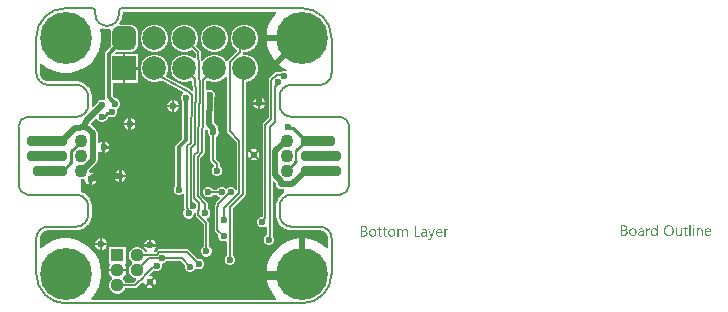
<source format=gbl>
G04*
G04 #@! TF.GenerationSoftware,Altium Limited,Altium Designer,22.4.2 (48)*
G04*
G04 Layer_Physical_Order=2*
G04 Layer_Color=16711680*
%FSAX25Y25*%
%MOIN*%
G70*
G04*
G04 #@! TF.SameCoordinates,03BAF07D-572A-4E9D-8DEF-3220CFA764F5*
G04*
G04*
G04 #@! TF.FilePolarity,Positive*
G04*
G01*
G75*
%ADD10C,0.01968*%
%ADD14C,0.00787*%
%ADD15C,0.00984*%
%ADD43C,0.04331*%
%ADD53C,0.00591*%
%ADD54C,0.01181*%
%ADD56C,0.01378*%
%ADD58R,0.07874X0.07874*%
%ADD59C,0.07874*%
G04:AMPARAMS|DCode=60|XSize=78.74mil|YSize=78.74mil|CornerRadius=19.68mil|HoleSize=0mil|Usage=FLASHONLY|Rotation=180.000|XOffset=0mil|YOffset=0mil|HoleType=Round|Shape=RoundedRectangle|*
%AMROUNDEDRECTD60*
21,1,0.07874,0.03937,0,0,180.0*
21,1,0.03937,0.07874,0,0,180.0*
1,1,0.03937,-0.01968,0.01968*
1,1,0.03937,0.01968,0.01968*
1,1,0.03937,0.01968,-0.01968*
1,1,0.03937,-0.01968,-0.01968*
%
%ADD60ROUNDEDRECTD60*%
%ADD61C,0.04370*%
%ADD62R,0.04370X0.04370*%
%ADD63C,0.17323*%
%ADD64C,0.02362*%
G04:AMPARAMS|DCode=65|XSize=35.43mil|YSize=133.86mil|CornerRadius=13.82mil|HoleSize=0mil|Usage=FLASHONLY|Rotation=90.000|XOffset=0mil|YOffset=0mil|HoleType=Round|Shape=RoundedRectangle|*
%AMROUNDEDRECTD65*
21,1,0.03543,0.10622,0,0,90.0*
21,1,0.00780,0.13386,0,0,90.0*
1,1,0.02764,0.05311,0.00390*
1,1,0.02764,0.05311,-0.00390*
1,1,0.02764,-0.05311,-0.00390*
1,1,0.02764,-0.05311,0.00390*
%
%ADD65ROUNDEDRECTD65*%
G04:AMPARAMS|DCode=66|XSize=35.43mil|YSize=114.17mil|CornerRadius=13.82mil|HoleSize=0mil|Usage=FLASHONLY|Rotation=90.000|XOffset=0mil|YOffset=0mil|HoleType=Round|Shape=RoundedRectangle|*
%AMROUNDEDRECTD66*
21,1,0.03543,0.08653,0,0,90.0*
21,1,0.00780,0.11417,0,0,90.0*
1,1,0.02764,0.04327,0.00390*
1,1,0.02764,0.04327,-0.00390*
1,1,0.02764,-0.04327,-0.00390*
1,1,0.02764,-0.04327,0.00390*
%
%ADD66ROUNDEDRECTD66*%
G36*
X0030843Y0047546D02*
X0030361Y0047064D01*
X0029268Y0045560D01*
X0028424Y0043904D01*
X0027850Y0042136D01*
X0027568Y0040354D01*
X0039370D01*
Y0038386D01*
X0027568D01*
X0027850Y0036604D01*
X0028424Y0034836D01*
X0029268Y0033180D01*
X0030361Y0031676D01*
X0031676Y0030361D01*
X0033180Y0029268D01*
X0034405Y0028644D01*
X0034196Y0028190D01*
X0033817Y0028346D01*
X0033112D01*
X0032461Y0028077D01*
X0032201Y0027817D01*
X0031581D01*
X0031465Y0027840D01*
X0030874D01*
X0030528Y0027771D01*
X0030235Y0027576D01*
X0028495Y0025835D01*
X0028299Y0025543D01*
X0028231Y0025197D01*
Y0012579D01*
X0026527Y0010875D01*
X0026331Y0010582D01*
X0026262Y0010236D01*
Y-0020336D01*
X0025730D01*
X0025079Y-0020606D01*
X0024581Y-0021104D01*
X0024311Y-0021756D01*
Y-0022460D01*
X0024581Y-0023112D01*
X0025079Y-0023610D01*
X0025730Y-0023880D01*
X0026435D01*
X0027086Y-0023610D01*
X0027239Y-0023458D01*
X0027739Y-0023665D01*
Y-0026287D01*
X0027343Y-0026451D01*
X0026844Y-0026949D01*
X0026575Y-0027600D01*
Y-0028305D01*
X0026844Y-0028956D01*
X0027343Y-0029455D01*
X0027994Y-0029724D01*
X0028699D01*
X0029350Y-0029455D01*
X0029848Y-0028956D01*
X0030118Y-0028305D01*
Y-0027600D01*
X0029848Y-0026949D01*
X0029545Y-0026646D01*
Y-0008506D01*
X0030007Y-0008315D01*
X0030729Y-0009037D01*
Y-0009449D01*
X0030851Y-0010063D01*
X0031199Y-0010584D01*
X0031720Y-0010932D01*
X0032334Y-0011055D01*
X0033465D01*
Y-0012374D01*
X0033410Y-0012410D01*
X0033300Y-0012456D01*
X0032658Y-0012885D01*
X0032574Y-0012968D01*
X0032476Y-0013034D01*
X0031930Y-0013580D01*
X0031864Y-0013679D01*
X0031780Y-0013762D01*
X0031352Y-0014404D01*
X0031306Y-0014514D01*
X0031240Y-0014612D01*
X0030945Y-0015325D01*
X0030922Y-0015442D01*
X0030876Y-0015551D01*
X0030726Y-0016308D01*
Y-0016398D01*
X0030704Y-0016484D01*
X0030685Y-0016870D01*
X0030690Y-0016900D01*
X0030684Y-0016930D01*
X0030686Y-0019686D01*
X0030691Y-0019715D01*
X0030687Y-0019744D01*
X0030706Y-0020130D01*
X0030728Y-0020217D01*
Y-0020306D01*
X0030878Y-0021063D01*
X0030924Y-0021172D01*
X0030947Y-0021289D01*
X0031242Y-0022002D01*
X0031308Y-0022100D01*
X0031353Y-0022210D01*
X0031782Y-0022852D01*
X0031866Y-0022936D01*
X0031932Y-0023034D01*
X0032478Y-0023580D01*
X0032576Y-0023646D01*
X0032660Y-0023730D01*
X0033302Y-0024158D01*
X0033411Y-0024204D01*
X0033510Y-0024270D01*
X0034223Y-0024565D01*
X0034339Y-0024588D01*
X0034449Y-0024634D01*
X0035206Y-0024784D01*
X0035295D01*
X0035382Y-0024806D01*
X0035768Y-0024825D01*
X0035797Y-0024820D01*
X0035827Y-0024826D01*
X0045276Y-0024826D01*
X0045545Y-0024826D01*
X0046073Y-0024931D01*
X0046570Y-0025137D01*
X0047018Y-0025436D01*
X0047398Y-0025817D01*
X0047697Y-0026265D01*
X0047903Y-0026762D01*
X0048008Y-0027290D01*
X0048008Y-0027559D01*
Y-0030652D01*
X0047546Y-0030843D01*
X0047064Y-0030361D01*
X0045560Y-0029268D01*
X0043904Y-0028424D01*
X0042136Y-0027850D01*
X0040354Y-0027568D01*
Y-0039370D01*
X0039370D01*
Y-0040354D01*
X0027568D01*
X0027850Y-0042136D01*
X0028424Y-0043904D01*
X0029268Y-0045560D01*
X0030361Y-0047064D01*
X0030843Y-0047546D01*
X0030652Y-0048008D01*
X-0030652Y-0048008D01*
X-0030843Y-0047546D01*
X-0030361Y-0047064D01*
X-0029268Y-0045560D01*
X-0028424Y-0043904D01*
X-0027850Y-0042136D01*
X-0027559Y-0040300D01*
Y-0038440D01*
X-0027850Y-0036604D01*
X-0028424Y-0034836D01*
X-0029268Y-0033180D01*
X-0030361Y-0031676D01*
X-0031676Y-0030361D01*
X-0033180Y-0029268D01*
X-0034836Y-0028424D01*
X-0036604Y-0027850D01*
X-0038440Y-0027559D01*
X-0040300D01*
X-0042136Y-0027850D01*
X-0043904Y-0028424D01*
X-0045560Y-0029268D01*
X-0047064Y-0030361D01*
X-0047546Y-0030843D01*
X-0048008Y-0030652D01*
X-0048008Y-0027512D01*
X-0048008Y-0027511D01*
X-0048008Y-0027290D01*
X-0047903Y-0026762D01*
X-0047697Y-0026265D01*
X-0047398Y-0025817D01*
X-0047018Y-0025436D01*
X-0046570Y-0025137D01*
X-0046073Y-0024931D01*
X-0045545Y-0024826D01*
X-0035827D01*
X-0035797Y-0024820D01*
X-0035768Y-0024825D01*
X-0035382Y-0024806D01*
X-0035295Y-0024784D01*
X-0035206D01*
X-0034449Y-0024634D01*
X-0034339Y-0024588D01*
X-0034223Y-0024565D01*
X-0033510Y-0024270D01*
X-0033411Y-0024204D01*
X-0033302Y-0024158D01*
X-0032660Y-0023730D01*
X-0032576Y-0023646D01*
X-0032478Y-0023580D01*
X-0031932Y-0023034D01*
X-0031866Y-0022936D01*
X-0031782Y-0022852D01*
X-0031353Y-0022210D01*
X-0031308Y-0022100D01*
X-0031242Y-0022002D01*
X-0030947Y-0021289D01*
X-0030924Y-0021172D01*
X-0030878Y-0021063D01*
X-0030728Y-0020306D01*
Y-0020217D01*
X-0030706Y-0020130D01*
X-0030687Y-0019744D01*
X-0030691Y-0019715D01*
X-0030686Y-0019686D01*
X-0030684Y-0016930D01*
X-0030690Y-0016900D01*
X-0030685Y-0016870D01*
X-0030704Y-0016484D01*
X-0030726Y-0016398D01*
Y-0016308D01*
X-0030876Y-0015551D01*
X-0030922Y-0015442D01*
X-0030945Y-0015325D01*
X-0031240Y-0014612D01*
X-0031306Y-0014514D01*
X-0031352Y-0014404D01*
X-0031780Y-0013762D01*
X-0031864Y-0013679D01*
X-0031930Y-0013580D01*
X-0032476Y-0013034D01*
X-0032574Y-0012968D01*
X-0032658Y-0012885D01*
X-0033300Y-0012456D01*
X-0033410Y-0012410D01*
X-0033508Y-0012344D01*
X-0034221Y-0012049D01*
X-0034252Y-0012043D01*
Y-0007756D01*
X-0033889D01*
X-0033571Y-0007671D01*
X-0033071Y-0008054D01*
Y-0008266D01*
X-0032771Y-0008989D01*
X-0032217Y-0009543D01*
X-0031496Y-0009842D01*
Y-0007874D01*
X-0031102D01*
Y-0007480D01*
X-0029135D01*
X-0029434Y-0006759D01*
X-0029987Y-0006205D01*
X-0030711Y-0005906D01*
X-0031124D01*
X-0031509Y-0005412D01*
X-0031496Y-0005363D01*
Y-0004804D01*
X-0029180Y-0002488D01*
X-0029180Y-0002488D01*
X-0028831Y-0001967D01*
X-0028709Y-0001352D01*
Y0001203D01*
X-0028209Y0001410D01*
X-0027887Y0001087D01*
X-0027165Y0000788D01*
Y0002756D01*
Y0004724D01*
X-0027887Y0004425D01*
X-0028209Y0004102D01*
X-0028709Y0004309D01*
Y0007480D01*
X-0028831Y0008095D01*
X-0029180Y0008616D01*
X-0029180Y0008616D01*
X-0031073Y0010509D01*
X-0030887Y0010986D01*
X-0029399Y0012474D01*
X-0028817Y0012349D01*
X-0028667Y0011989D01*
X-0028169Y0011490D01*
X-0027518Y0011220D01*
X-0026813D01*
X-0026162Y0011490D01*
X-0025663Y0011989D01*
X-0025394Y0012640D01*
Y0012732D01*
X-0025170Y0012931D01*
X-0024985Y0013051D01*
X-0024368Y0012795D01*
X-0023663D01*
X-0023012Y0013065D01*
X-0022514Y0013563D01*
X-0022244Y0014214D01*
Y0014919D01*
X-0022349Y0015173D01*
X-0022105Y0015815D01*
X-0022025Y0015848D01*
X-0021527Y0016346D01*
X-0021257Y0016997D01*
Y0017702D01*
X-0021527Y0018353D01*
X-0022025Y0018852D01*
X-0022676Y0019121D01*
X-0022916D01*
X-0023774Y0019980D01*
Y0024409D01*
X-0020256D01*
Y0029134D01*
Y0033858D01*
X-0022639D01*
X-0022831Y0034320D01*
X-0022481Y0034670D01*
X-0021831Y0034584D01*
X-0017894D01*
X-0017226Y0034672D01*
X-0016603Y0034930D01*
X-0016069Y0035340D01*
X-0015658Y0035875D01*
X-0015401Y0036497D01*
X-0015313Y0037165D01*
Y0041102D01*
X-0015401Y0041770D01*
X-0015658Y0042393D01*
X-0016069Y0042928D01*
X-0016603Y0043338D01*
X-0017226Y0043595D01*
X-0017894Y0043683D01*
X-0021245D01*
X-0021259Y0043696D01*
X-0021441Y0043987D01*
X-0021478Y0044183D01*
X-0021424Y0044245D01*
X-0020910Y0045135D01*
X-0020860Y0045285D01*
X-0020790Y0045426D01*
X-0020524Y0046419D01*
X-0020516Y0046537D01*
X-0020486Y0046652D01*
X-0020452Y0047165D01*
X-0020457Y0047205D01*
X-0020449Y0047244D01*
Y0048008D01*
X0030652D01*
X0030843Y0047546D01*
D02*
G37*
G36*
X-0027409Y0042444D02*
X-0026416Y0042178D01*
X-0026259Y0042167D01*
X-0026104Y0042137D01*
X-0025077D01*
X-0024922Y0042167D01*
X-0024765Y0042178D01*
X-0024625Y0042215D01*
X-0024295Y0041839D01*
X-0024324Y0041770D01*
X-0024412Y0041102D01*
Y0037165D01*
X-0024326Y0036515D01*
X-0026001Y0034840D01*
X-0026284Y0034417D01*
X-0026383Y0033917D01*
Y0019440D01*
X-0026295Y0018995D01*
X-0026428Y0018813D01*
X-0026662Y0018605D01*
X-0026911Y0018709D01*
X-0027616D01*
X-0028267Y0018439D01*
X-0028766Y0017941D01*
X-0028972Y0017443D01*
X-0030235Y0016180D01*
X-0030498Y0016250D01*
X-0030719Y0016398D01*
X-0030697Y0016484D01*
X-0030678Y0016870D01*
X-0030683Y0016902D01*
X-0030677Y0016933D01*
X-0030686Y0019689D01*
X-0030691Y0019716D01*
X-0030687Y0019744D01*
X-0030706Y0020130D01*
X-0030728Y0020217D01*
Y0020306D01*
X-0030878Y0021063D01*
X-0030924Y0021172D01*
X-0030947Y0021289D01*
X-0031242Y0022002D01*
X-0031308Y0022100D01*
X-0031353Y0022210D01*
X-0031782Y0022852D01*
X-0031866Y0022936D01*
X-0031932Y0023034D01*
X-0032478Y0023580D01*
X-0032576Y0023646D01*
X-0032660Y0023730D01*
X-0033302Y0024158D01*
X-0033411Y0024204D01*
X-0033510Y0024270D01*
X-0034223Y0024565D01*
X-0034339Y0024588D01*
X-0034449Y0024634D01*
X-0035206Y0024784D01*
X-0035295D01*
X-0035382Y0024806D01*
X-0035768Y0024825D01*
X-0035797Y0024820D01*
X-0035827Y0024826D01*
X-0045545Y0024826D01*
X-0046073Y0024931D01*
X-0046570Y0025137D01*
X-0047018Y0025436D01*
X-0047398Y0025817D01*
X-0047697Y0026265D01*
X-0047903Y0026762D01*
X-0048008Y0027290D01*
X-0048008Y0027511D01*
X-0048008Y0027512D01*
X-0048008Y0030652D01*
X-0047546Y0030843D01*
X-0047064Y0030361D01*
X-0045560Y0029268D01*
X-0043904Y0028424D01*
X-0042136Y0027850D01*
X-0040300Y0027559D01*
X-0038440D01*
X-0036604Y0027850D01*
X-0034836Y0028424D01*
X-0033180Y0029268D01*
X-0031676Y0030361D01*
X-0030361Y0031676D01*
X-0029268Y0033180D01*
X-0028424Y0034836D01*
X-0027850Y0036604D01*
X-0027559Y0038440D01*
Y0040300D01*
X-0027842Y0042084D01*
X-0027726Y0042254D01*
X-0027427Y0042453D01*
X-0027409Y0042444D01*
D02*
G37*
G36*
X0169938Y-0023048D02*
X0169966Y-0023054D01*
X0169993Y-0023064D01*
X0170024Y-0023079D01*
X0170055Y-0023098D01*
X0170086Y-0023122D01*
X0170089Y-0023125D01*
X0170098Y-0023135D01*
X0170111Y-0023150D01*
X0170126Y-0023172D01*
X0170139Y-0023200D01*
X0170151Y-0023231D01*
X0170160Y-0023268D01*
X0170163Y-0023308D01*
Y-0023314D01*
Y-0023326D01*
X0170160Y-0023345D01*
X0170154Y-0023373D01*
X0170145Y-0023401D01*
X0170129Y-0023431D01*
X0170111Y-0023462D01*
X0170086Y-0023493D01*
X0170083Y-0023496D01*
X0170074Y-0023506D01*
X0170055Y-0023518D01*
X0170034Y-0023530D01*
X0170006Y-0023543D01*
X0169975Y-0023555D01*
X0169941Y-0023564D01*
X0169901Y-0023567D01*
X0169882D01*
X0169863Y-0023564D01*
X0169836Y-0023558D01*
X0169808Y-0023549D01*
X0169777Y-0023537D01*
X0169746Y-0023521D01*
X0169715Y-0023496D01*
X0169712Y-0023493D01*
X0169703Y-0023484D01*
X0169691Y-0023465D01*
X0169678Y-0023444D01*
X0169666Y-0023419D01*
X0169653Y-0023385D01*
X0169644Y-0023348D01*
X0169641Y-0023308D01*
Y-0023302D01*
Y-0023289D01*
X0169644Y-0023268D01*
X0169650Y-0023243D01*
X0169660Y-0023212D01*
X0169672Y-0023181D01*
X0169691Y-0023150D01*
X0169715Y-0023122D01*
X0169718Y-0023119D01*
X0169728Y-0023110D01*
X0169746Y-0023098D01*
X0169768Y-0023082D01*
X0169796Y-0023070D01*
X0169826Y-0023058D01*
X0169860Y-0023048D01*
X0169901Y-0023045D01*
X0169919D01*
X0169938Y-0023048D01*
D02*
G37*
G36*
X0157970Y-0026713D02*
X0157568D01*
Y-0026290D01*
X0157559D01*
X0157556Y-0026296D01*
X0157547Y-0026311D01*
X0157528Y-0026333D01*
X0157507Y-0026364D01*
X0157476Y-0026401D01*
X0157442Y-0026441D01*
X0157398Y-0026484D01*
X0157346Y-0026531D01*
X0157290Y-0026577D01*
X0157225Y-0026620D01*
X0157154Y-0026660D01*
X0157077Y-0026698D01*
X0156994Y-0026728D01*
X0156901Y-0026750D01*
X0156802Y-0026766D01*
X0156697Y-0026772D01*
X0156675D01*
X0156651Y-0026769D01*
X0156620Y-0026766D01*
X0156580Y-0026763D01*
X0156533Y-0026753D01*
X0156481Y-0026744D01*
X0156425Y-0026728D01*
X0156366Y-0026713D01*
X0156305Y-0026688D01*
X0156243Y-0026664D01*
X0156178Y-0026630D01*
X0156116Y-0026592D01*
X0156054Y-0026546D01*
X0155996Y-0026494D01*
X0155940Y-0026435D01*
X0155937Y-0026432D01*
X0155928Y-0026419D01*
X0155915Y-0026401D01*
X0155897Y-0026373D01*
X0155875Y-0026339D01*
X0155850Y-0026299D01*
X0155826Y-0026250D01*
X0155801Y-0026194D01*
X0155773Y-0026132D01*
X0155748Y-0026064D01*
X0155724Y-0025987D01*
X0155702Y-0025907D01*
X0155684Y-0025820D01*
X0155671Y-0025724D01*
X0155662Y-0025625D01*
X0155659Y-0025520D01*
Y-0025517D01*
Y-0025514D01*
Y-0025505D01*
Y-0025493D01*
X0155662Y-0025462D01*
X0155665Y-0025418D01*
X0155668Y-0025363D01*
X0155674Y-0025304D01*
X0155684Y-0025236D01*
X0155699Y-0025162D01*
X0155714Y-0025085D01*
X0155736Y-0025001D01*
X0155761Y-0024921D01*
X0155792Y-0024834D01*
X0155826Y-0024754D01*
X0155869Y-0024674D01*
X0155915Y-0024596D01*
X0155971Y-0024522D01*
X0155974Y-0024519D01*
X0155986Y-0024507D01*
X0156005Y-0024488D01*
X0156030Y-0024464D01*
X0156061Y-0024436D01*
X0156098Y-0024402D01*
X0156144Y-0024368D01*
X0156193Y-0024334D01*
X0156252Y-0024300D01*
X0156314Y-0024266D01*
X0156382Y-0024232D01*
X0156456Y-0024204D01*
X0156536Y-0024179D01*
X0156623Y-0024161D01*
X0156712Y-0024148D01*
X0156808Y-0024145D01*
X0156830D01*
X0156858Y-0024148D01*
X0156892Y-0024151D01*
X0156935Y-0024158D01*
X0156984Y-0024167D01*
X0157037Y-0024179D01*
X0157096Y-0024195D01*
X0157157Y-0024216D01*
X0157219Y-0024244D01*
X0157281Y-0024278D01*
X0157343Y-0024318D01*
X0157402Y-0024365D01*
X0157460Y-0024417D01*
X0157513Y-0024482D01*
X0157559Y-0024553D01*
X0157568D01*
Y-0022999D01*
X0157970D01*
Y-0026713D01*
D02*
G37*
G36*
X0172184Y-0024148D02*
X0172212D01*
X0172246Y-0024155D01*
X0172286Y-0024161D01*
X0172329Y-0024167D01*
X0172376Y-0024179D01*
X0172425Y-0024192D01*
X0172478Y-0024210D01*
X0172530Y-0024232D01*
X0172583Y-0024260D01*
X0172632Y-0024291D01*
X0172682Y-0024324D01*
X0172728Y-0024368D01*
X0172771Y-0024414D01*
X0172774Y-0024417D01*
X0172781Y-0024426D01*
X0172793Y-0024442D01*
X0172805Y-0024464D01*
X0172821Y-0024491D01*
X0172839Y-0024525D01*
X0172861Y-0024566D01*
X0172882Y-0024609D01*
X0172901Y-0024661D01*
X0172923Y-0024717D01*
X0172941Y-0024782D01*
X0172957Y-0024850D01*
X0172969Y-0024924D01*
X0172981Y-0025004D01*
X0172987Y-0025088D01*
X0172991Y-0025180D01*
Y-0026713D01*
X0172589D01*
Y-0025282D01*
Y-0025279D01*
Y-0025273D01*
Y-0025264D01*
Y-0025248D01*
X0172586Y-0025230D01*
Y-0025208D01*
X0172580Y-0025159D01*
X0172570Y-0025097D01*
X0172558Y-0025029D01*
X0172539Y-0024958D01*
X0172515Y-0024884D01*
X0172484Y-0024810D01*
X0172447Y-0024738D01*
X0172400Y-0024670D01*
X0172342Y-0024609D01*
X0172277Y-0024559D01*
X0172240Y-0024538D01*
X0172196Y-0024519D01*
X0172153Y-0024504D01*
X0172107Y-0024494D01*
X0172057Y-0024488D01*
X0172005Y-0024485D01*
X0171977D01*
X0171956Y-0024488D01*
X0171931Y-0024491D01*
X0171900Y-0024498D01*
X0171866Y-0024504D01*
X0171832Y-0024513D01*
X0171792Y-0024525D01*
X0171751Y-0024541D01*
X0171711Y-0024559D01*
X0171668Y-0024581D01*
X0171628Y-0024609D01*
X0171585Y-0024640D01*
X0171545Y-0024674D01*
X0171507Y-0024714D01*
X0171504Y-0024717D01*
X0171498Y-0024723D01*
X0171489Y-0024735D01*
X0171476Y-0024754D01*
X0171461Y-0024776D01*
X0171446Y-0024803D01*
X0171427Y-0024834D01*
X0171408Y-0024868D01*
X0171390Y-0024908D01*
X0171371Y-0024952D01*
X0171356Y-0024998D01*
X0171341Y-0025047D01*
X0171328Y-0025103D01*
X0171319Y-0025159D01*
X0171313Y-0025221D01*
X0171310Y-0025282D01*
Y-0026713D01*
X0170908D01*
Y-0024204D01*
X0171310D01*
Y-0024621D01*
X0171319D01*
X0171322Y-0024615D01*
X0171331Y-0024600D01*
X0171350Y-0024578D01*
X0171371Y-0024547D01*
X0171402Y-0024510D01*
X0171436Y-0024470D01*
X0171480Y-0024426D01*
X0171529Y-0024383D01*
X0171585Y-0024340D01*
X0171646Y-0024297D01*
X0171714Y-0024257D01*
X0171785Y-0024219D01*
X0171866Y-0024189D01*
X0171952Y-0024167D01*
X0172045Y-0024151D01*
X0172144Y-0024145D01*
X0172162D01*
X0172184Y-0024148D01*
D02*
G37*
G36*
X0155208Y-0024164D02*
X0155242D01*
X0155279Y-0024170D01*
X0155319Y-0024176D01*
X0155359Y-0024182D01*
X0155393Y-0024195D01*
Y-0024612D01*
X0155387Y-0024609D01*
X0155375Y-0024600D01*
X0155350Y-0024587D01*
X0155316Y-0024572D01*
X0155270Y-0024556D01*
X0155220Y-0024544D01*
X0155158Y-0024535D01*
X0155087Y-0024532D01*
X0155062D01*
X0155044Y-0024535D01*
X0155022Y-0024538D01*
X0154998Y-0024544D01*
X0154939Y-0024562D01*
X0154905Y-0024575D01*
X0154871Y-0024590D01*
X0154834Y-0024612D01*
X0154797Y-0024633D01*
X0154763Y-0024661D01*
X0154726Y-0024695D01*
X0154692Y-0024732D01*
X0154658Y-0024776D01*
X0154655Y-0024779D01*
X0154651Y-0024788D01*
X0154642Y-0024800D01*
X0154630Y-0024819D01*
X0154618Y-0024844D01*
X0154602Y-0024874D01*
X0154587Y-0024908D01*
X0154571Y-0024949D01*
X0154556Y-0024992D01*
X0154540Y-0025041D01*
X0154525Y-0025097D01*
X0154512Y-0025156D01*
X0154500Y-0025221D01*
X0154491Y-0025289D01*
X0154488Y-0025360D01*
X0154485Y-0025437D01*
Y-0026713D01*
X0154083D01*
Y-0024204D01*
X0154485D01*
Y-0024723D01*
X0154494D01*
Y-0024720D01*
X0154497Y-0024711D01*
X0154503Y-0024698D01*
X0154509Y-0024680D01*
X0154519Y-0024658D01*
X0154531Y-0024630D01*
X0154559Y-0024572D01*
X0154596Y-0024504D01*
X0154642Y-0024436D01*
X0154695Y-0024371D01*
X0154756Y-0024309D01*
X0154760Y-0024306D01*
X0154766Y-0024303D01*
X0154775Y-0024297D01*
X0154787Y-0024284D01*
X0154803Y-0024275D01*
X0154824Y-0024263D01*
X0154871Y-0024235D01*
X0154930Y-0024207D01*
X0154998Y-0024182D01*
X0155072Y-0024167D01*
X0155112Y-0024164D01*
X0155152Y-0024161D01*
X0155177D01*
X0155208Y-0024164D01*
D02*
G37*
G36*
X0073930Y-0024405D02*
X0073949D01*
X0073971Y-0024408D01*
X0074023Y-0024417D01*
X0074085Y-0024432D01*
X0074156Y-0024454D01*
X0074230Y-0024488D01*
X0074307Y-0024528D01*
X0074348Y-0024556D01*
X0074385Y-0024584D01*
X0074422Y-0024615D01*
X0074459Y-0024652D01*
X0074496Y-0024692D01*
X0074530Y-0024735D01*
X0074561Y-0024782D01*
X0074592Y-0024834D01*
X0074619Y-0024890D01*
X0074644Y-0024951D01*
X0074666Y-0025016D01*
X0074687Y-0025087D01*
X0074700Y-0025162D01*
X0074712Y-0025245D01*
X0074718Y-0025332D01*
X0074721Y-0025424D01*
Y-0026969D01*
X0074320D01*
Y-0025529D01*
Y-0025523D01*
Y-0025511D01*
Y-0025489D01*
X0074317Y-0025461D01*
Y-0025427D01*
X0074313Y-0025387D01*
X0074310Y-0025344D01*
X0074304Y-0025298D01*
X0074289Y-0025199D01*
X0074264Y-0025100D01*
X0074252Y-0025050D01*
X0074233Y-0025007D01*
X0074212Y-0024964D01*
X0074190Y-0024927D01*
Y-0024924D01*
X0074184Y-0024917D01*
X0074178Y-0024908D01*
X0074165Y-0024899D01*
X0074153Y-0024883D01*
X0074134Y-0024868D01*
X0074113Y-0024853D01*
X0074088Y-0024834D01*
X0074060Y-0024816D01*
X0074029Y-0024800D01*
X0073992Y-0024785D01*
X0073955Y-0024769D01*
X0073912Y-0024760D01*
X0073862Y-0024751D01*
X0073813Y-0024745D01*
X0073757Y-0024741D01*
X0073733D01*
X0073714Y-0024745D01*
X0073692Y-0024748D01*
X0073668Y-0024754D01*
X0073606Y-0024769D01*
X0073572Y-0024782D01*
X0073538Y-0024800D01*
X0073501Y-0024819D01*
X0073467Y-0024840D01*
X0073430Y-0024868D01*
X0073393Y-0024899D01*
X0073356Y-0024936D01*
X0073322Y-0024976D01*
X0073319Y-0024979D01*
X0073316Y-0024985D01*
X0073306Y-0025001D01*
X0073294Y-0025016D01*
X0073282Y-0025041D01*
X0073266Y-0025069D01*
X0073247Y-0025100D01*
X0073232Y-0025134D01*
X0073217Y-0025174D01*
X0073198Y-0025217D01*
X0073183Y-0025264D01*
X0073170Y-0025313D01*
X0073158Y-0025366D01*
X0073152Y-0025421D01*
X0073146Y-0025477D01*
X0073142Y-0025539D01*
Y-0026969D01*
X0072741D01*
Y-0025480D01*
Y-0025477D01*
Y-0025471D01*
Y-0025461D01*
Y-0025449D01*
X0072738Y-0025431D01*
Y-0025412D01*
X0072731Y-0025366D01*
X0072722Y-0025310D01*
X0072710Y-0025245D01*
X0072694Y-0025180D01*
X0072670Y-0025109D01*
X0072639Y-0025041D01*
X0072602Y-0024976D01*
X0072555Y-0024911D01*
X0072500Y-0024856D01*
X0072435Y-0024809D01*
X0072398Y-0024791D01*
X0072358Y-0024772D01*
X0072314Y-0024760D01*
X0072271Y-0024751D01*
X0072222Y-0024745D01*
X0072169Y-0024741D01*
X0072144D01*
X0072126Y-0024745D01*
X0072101Y-0024748D01*
X0072076Y-0024754D01*
X0072015Y-0024769D01*
X0071981Y-0024782D01*
X0071947Y-0024797D01*
X0071909Y-0024813D01*
X0071872Y-0024834D01*
X0071835Y-0024862D01*
X0071798Y-0024890D01*
X0071764Y-0024924D01*
X0071730Y-0024964D01*
X0071727Y-0024967D01*
X0071724Y-0024973D01*
X0071715Y-0024985D01*
X0071702Y-0025004D01*
X0071690Y-0025026D01*
X0071678Y-0025050D01*
X0071662Y-0025081D01*
X0071647Y-0025118D01*
X0071628Y-0025159D01*
X0071613Y-0025202D01*
X0071601Y-0025248D01*
X0071588Y-0025298D01*
X0071576Y-0025353D01*
X0071566Y-0025412D01*
X0071563Y-0025474D01*
X0071560Y-0025539D01*
Y-0026969D01*
X0071159D01*
Y-0024460D01*
X0071560D01*
Y-0024859D01*
X0071570D01*
X0071573Y-0024853D01*
X0071582Y-0024840D01*
X0071597Y-0024816D01*
X0071619Y-0024788D01*
X0071647Y-0024754D01*
X0071681Y-0024714D01*
X0071721Y-0024673D01*
X0071767Y-0024630D01*
X0071820Y-0024587D01*
X0071879Y-0024547D01*
X0071943Y-0024507D01*
X0072012Y-0024473D01*
X0072089Y-0024445D01*
X0072172Y-0024420D01*
X0072259Y-0024408D01*
X0072351Y-0024401D01*
X0072376D01*
X0072395Y-0024405D01*
X0072416D01*
X0072444Y-0024408D01*
X0072472Y-0024414D01*
X0072503Y-0024420D01*
X0072574Y-0024435D01*
X0072648Y-0024463D01*
X0072722Y-0024497D01*
X0072759Y-0024522D01*
X0072796Y-0024547D01*
X0072799Y-0024550D01*
X0072806Y-0024553D01*
X0072815Y-0024562D01*
X0072827Y-0024572D01*
X0072861Y-0024605D01*
X0072901Y-0024646D01*
X0072945Y-0024701D01*
X0072988Y-0024766D01*
X0073028Y-0024840D01*
X0073059Y-0024924D01*
X0073062Y-0024917D01*
X0073071Y-0024902D01*
X0073090Y-0024874D01*
X0073111Y-0024843D01*
X0073142Y-0024803D01*
X0073176Y-0024757D01*
X0073220Y-0024711D01*
X0073269Y-0024661D01*
X0073325Y-0024615D01*
X0073387Y-0024565D01*
X0073454Y-0024522D01*
X0073529Y-0024482D01*
X0073612Y-0024451D01*
X0073699Y-0024423D01*
X0073794Y-0024408D01*
X0073893Y-0024401D01*
X0073915D01*
X0073930Y-0024405D01*
D02*
G37*
G36*
X0087947Y-0024420D02*
X0087981D01*
X0088018Y-0024426D01*
X0088058Y-0024432D01*
X0088098Y-0024439D01*
X0088132Y-0024451D01*
Y-0024868D01*
X0088126Y-0024865D01*
X0088113Y-0024856D01*
X0088089Y-0024843D01*
X0088055Y-0024828D01*
X0088008Y-0024813D01*
X0087959Y-0024800D01*
X0087897Y-0024791D01*
X0087826Y-0024788D01*
X0087801D01*
X0087783Y-0024791D01*
X0087761Y-0024794D01*
X0087736Y-0024800D01*
X0087678Y-0024819D01*
X0087644Y-0024831D01*
X0087610Y-0024847D01*
X0087573Y-0024868D01*
X0087536Y-0024890D01*
X0087502Y-0024917D01*
X0087465Y-0024951D01*
X0087431Y-0024989D01*
X0087397Y-0025032D01*
X0087393Y-0025035D01*
X0087390Y-0025044D01*
X0087381Y-0025057D01*
X0087369Y-0025075D01*
X0087356Y-0025100D01*
X0087341Y-0025131D01*
X0087326Y-0025165D01*
X0087310Y-0025205D01*
X0087295Y-0025248D01*
X0087279Y-0025298D01*
X0087264Y-0025353D01*
X0087251Y-0025412D01*
X0087239Y-0025477D01*
X0087230Y-0025545D01*
X0087227Y-0025616D01*
X0087224Y-0025693D01*
Y-0026969D01*
X0086822D01*
Y-0024460D01*
X0087224D01*
Y-0024979D01*
X0087233D01*
Y-0024976D01*
X0087236Y-0024967D01*
X0087242Y-0024955D01*
X0087248Y-0024936D01*
X0087257Y-0024914D01*
X0087270Y-0024887D01*
X0087298Y-0024828D01*
X0087335Y-0024760D01*
X0087381Y-0024692D01*
X0087434Y-0024627D01*
X0087495Y-0024565D01*
X0087499Y-0024562D01*
X0087505Y-0024559D01*
X0087514Y-0024553D01*
X0087526Y-0024541D01*
X0087542Y-0024531D01*
X0087564Y-0024519D01*
X0087610Y-0024491D01*
X0087669Y-0024463D01*
X0087736Y-0024439D01*
X0087811Y-0024423D01*
X0087851Y-0024420D01*
X0087891Y-0024417D01*
X0087916D01*
X0087947Y-0024420D01*
D02*
G37*
G36*
X0165970Y-0026713D02*
X0165568D01*
Y-0026318D01*
X0165559D01*
X0165556Y-0026324D01*
X0165547Y-0026336D01*
X0165531Y-0026361D01*
X0165513Y-0026389D01*
X0165485Y-0026423D01*
X0165451Y-0026460D01*
X0165414Y-0026503D01*
X0165368Y-0026543D01*
X0165318Y-0026586D01*
X0165259Y-0026627D01*
X0165198Y-0026667D01*
X0165127Y-0026701D01*
X0165049Y-0026728D01*
X0164969Y-0026753D01*
X0164879Y-0026766D01*
X0164784Y-0026772D01*
X0164762D01*
X0164746Y-0026769D01*
X0164725D01*
X0164700Y-0026766D01*
X0164672Y-0026759D01*
X0164645Y-0026756D01*
X0164576Y-0026738D01*
X0164499Y-0026716D01*
X0164419Y-0026682D01*
X0164379Y-0026660D01*
X0164336Y-0026639D01*
X0164292Y-0026611D01*
X0164252Y-0026583D01*
X0164212Y-0026549D01*
X0164172Y-0026512D01*
X0164132Y-0026469D01*
X0164094Y-0026426D01*
X0164060Y-0026376D01*
X0164026Y-0026321D01*
X0163999Y-0026262D01*
X0163971Y-0026200D01*
X0163946Y-0026132D01*
X0163925Y-0026058D01*
X0163909Y-0025978D01*
X0163897Y-0025894D01*
X0163891Y-0025802D01*
X0163888Y-0025706D01*
Y-0024204D01*
X0164286D01*
Y-0025641D01*
Y-0025644D01*
Y-0025650D01*
Y-0025659D01*
Y-0025675D01*
X0164289Y-0025693D01*
Y-0025715D01*
X0164295Y-0025764D01*
X0164305Y-0025826D01*
X0164317Y-0025891D01*
X0164339Y-0025965D01*
X0164363Y-0026036D01*
X0164394Y-0026111D01*
X0164434Y-0026185D01*
X0164484Y-0026250D01*
X0164543Y-0026311D01*
X0164614Y-0026361D01*
X0164651Y-0026382D01*
X0164694Y-0026401D01*
X0164740Y-0026416D01*
X0164787Y-0026426D01*
X0164839Y-0026432D01*
X0164895Y-0026435D01*
X0164923D01*
X0164944Y-0026432D01*
X0164969Y-0026429D01*
X0164997Y-0026423D01*
X0165031Y-0026416D01*
X0165065Y-0026407D01*
X0165102Y-0026398D01*
X0165142Y-0026382D01*
X0165182Y-0026364D01*
X0165222Y-0026342D01*
X0165262Y-0026318D01*
X0165303Y-0026290D01*
X0165340Y-0026256D01*
X0165377Y-0026219D01*
X0165380Y-0026215D01*
X0165386Y-0026209D01*
X0165395Y-0026197D01*
X0165408Y-0026178D01*
X0165420Y-0026157D01*
X0165439Y-0026132D01*
X0165454Y-0026101D01*
X0165473Y-0026067D01*
X0165491Y-0026027D01*
X0165507Y-0025984D01*
X0165525Y-0025937D01*
X0165538Y-0025888D01*
X0165550Y-0025832D01*
X0165559Y-0025777D01*
X0165565Y-0025715D01*
X0165568Y-0025650D01*
Y-0024204D01*
X0165970D01*
Y-0026713D01*
D02*
G37*
G36*
X0082613Y-0027371D02*
Y-0027374D01*
X0082610Y-0027380D01*
X0082604Y-0027389D01*
X0082598Y-0027405D01*
X0082592Y-0027424D01*
X0082582Y-0027442D01*
X0082558Y-0027492D01*
X0082524Y-0027550D01*
X0082487Y-0027618D01*
X0082440Y-0027686D01*
X0082388Y-0027760D01*
X0082329Y-0027831D01*
X0082264Y-0027902D01*
X0082193Y-0027970D01*
X0082116Y-0028029D01*
X0082032Y-0028079D01*
X0081989Y-0028097D01*
X0081943Y-0028116D01*
X0081896Y-0028131D01*
X0081847Y-0028140D01*
X0081797Y-0028147D01*
X0081745Y-0028150D01*
X0081720D01*
X0081689Y-0028147D01*
X0081652D01*
X0081612Y-0028140D01*
X0081569Y-0028134D01*
X0081523Y-0028128D01*
X0081482Y-0028116D01*
Y-0027757D01*
X0081489Y-0027760D01*
X0081504Y-0027763D01*
X0081529Y-0027770D01*
X0081560Y-0027779D01*
X0081597Y-0027788D01*
X0081637Y-0027794D01*
X0081680Y-0027797D01*
X0081720Y-0027801D01*
X0081733D01*
X0081748Y-0027797D01*
X0081770Y-0027794D01*
X0081794Y-0027788D01*
X0081825Y-0027782D01*
X0081856Y-0027770D01*
X0081893Y-0027754D01*
X0081927Y-0027736D01*
X0081968Y-0027711D01*
X0082004Y-0027683D01*
X0082042Y-0027649D01*
X0082079Y-0027606D01*
X0082116Y-0027560D01*
X0082147Y-0027504D01*
X0082178Y-0027439D01*
X0082378Y-0026966D01*
X0081399Y-0024460D01*
X0081844D01*
X0082524Y-0026392D01*
Y-0026395D01*
X0082527Y-0026401D01*
X0082530Y-0026410D01*
X0082536Y-0026429D01*
X0082542Y-0026453D01*
X0082548Y-0026487D01*
X0082561Y-0026531D01*
X0082573Y-0026583D01*
X0082588D01*
Y-0026580D01*
X0082592Y-0026571D01*
X0082595Y-0026558D01*
X0082601Y-0026537D01*
X0082607Y-0026512D01*
X0082613Y-0026481D01*
X0082626Y-0026441D01*
X0082638Y-0026398D01*
X0083352Y-0024460D01*
X0083766D01*
X0082613Y-0027371D01*
D02*
G37*
G36*
X0170095Y-0026713D02*
X0169694D01*
Y-0024204D01*
X0170095D01*
Y-0026713D01*
D02*
G37*
G36*
X0168881D02*
X0168479D01*
Y-0022999D01*
X0168881D01*
Y-0026713D01*
D02*
G37*
G36*
X0152479Y-0024148D02*
X0152501D01*
X0152523Y-0024151D01*
X0152550Y-0024155D01*
X0152581Y-0024161D01*
X0152646Y-0024173D01*
X0152723Y-0024195D01*
X0152801Y-0024223D01*
X0152884Y-0024263D01*
X0152967Y-0024312D01*
X0153008Y-0024340D01*
X0153048Y-0024374D01*
X0153085Y-0024411D01*
X0153122Y-0024448D01*
X0153156Y-0024491D01*
X0153187Y-0024541D01*
X0153218Y-0024590D01*
X0153245Y-0024646D01*
X0153267Y-0024708D01*
X0153289Y-0024772D01*
X0153304Y-0024840D01*
X0153317Y-0024918D01*
X0153323Y-0024995D01*
X0153326Y-0025082D01*
Y-0026713D01*
X0152924D01*
Y-0026324D01*
X0152915D01*
X0152912Y-0026330D01*
X0152902Y-0026342D01*
X0152887Y-0026364D01*
X0152865Y-0026395D01*
X0152838Y-0026429D01*
X0152804Y-0026466D01*
X0152767Y-0026506D01*
X0152720Y-0026546D01*
X0152668Y-0026589D01*
X0152612Y-0026630D01*
X0152547Y-0026667D01*
X0152479Y-0026701D01*
X0152402Y-0026732D01*
X0152322Y-0026753D01*
X0152235Y-0026766D01*
X0152142Y-0026772D01*
X0152105D01*
X0152081Y-0026769D01*
X0152050Y-0026766D01*
X0152013Y-0026763D01*
X0151972Y-0026756D01*
X0151929Y-0026747D01*
X0151833Y-0026722D01*
X0151787Y-0026707D01*
X0151738Y-0026688D01*
X0151688Y-0026667D01*
X0151642Y-0026639D01*
X0151599Y-0026608D01*
X0151555Y-0026574D01*
X0151552Y-0026571D01*
X0151546Y-0026565D01*
X0151537Y-0026552D01*
X0151521Y-0026537D01*
X0151506Y-0026518D01*
X0151490Y-0026494D01*
X0151469Y-0026466D01*
X0151450Y-0026435D01*
X0151432Y-0026398D01*
X0151413Y-0026358D01*
X0151395Y-0026314D01*
X0151379Y-0026268D01*
X0151364Y-0026219D01*
X0151354Y-0026166D01*
X0151348Y-0026107D01*
X0151345Y-0026049D01*
Y-0026046D01*
Y-0026039D01*
Y-0026030D01*
X0151348Y-0026018D01*
Y-0026002D01*
X0151351Y-0025984D01*
X0151357Y-0025937D01*
X0151370Y-0025882D01*
X0151388Y-0025820D01*
X0151413Y-0025752D01*
X0151450Y-0025681D01*
X0151494Y-0025610D01*
X0151546Y-0025539D01*
X0151580Y-0025505D01*
X0151614Y-0025471D01*
X0151654Y-0025437D01*
X0151694Y-0025406D01*
X0151741Y-0025375D01*
X0151790Y-0025347D01*
X0151843Y-0025322D01*
X0151901Y-0025298D01*
X0151963Y-0025276D01*
X0152028Y-0025258D01*
X0152099Y-0025242D01*
X0152173Y-0025230D01*
X0152924Y-0025125D01*
Y-0025122D01*
Y-0025119D01*
Y-0025109D01*
Y-0025097D01*
X0152921Y-0025066D01*
X0152915Y-0025026D01*
X0152909Y-0024976D01*
X0152896Y-0024921D01*
X0152881Y-0024865D01*
X0152859Y-0024803D01*
X0152831Y-0024745D01*
X0152797Y-0024686D01*
X0152757Y-0024633D01*
X0152708Y-0024584D01*
X0152646Y-0024544D01*
X0152578Y-0024513D01*
X0152541Y-0024501D01*
X0152498Y-0024491D01*
X0152454Y-0024488D01*
X0152408Y-0024485D01*
X0152386D01*
X0152365Y-0024488D01*
X0152331Y-0024491D01*
X0152291Y-0024494D01*
X0152244Y-0024501D01*
X0152192Y-0024510D01*
X0152136Y-0024522D01*
X0152074Y-0024541D01*
X0152009Y-0024559D01*
X0151942Y-0024584D01*
X0151871Y-0024615D01*
X0151799Y-0024652D01*
X0151728Y-0024692D01*
X0151657Y-0024738D01*
X0151589Y-0024794D01*
Y-0024383D01*
X0151592Y-0024380D01*
X0151605Y-0024374D01*
X0151626Y-0024362D01*
X0151654Y-0024346D01*
X0151691Y-0024328D01*
X0151731Y-0024309D01*
X0151781Y-0024287D01*
X0151837Y-0024263D01*
X0151895Y-0024241D01*
X0151960Y-0024219D01*
X0152031Y-0024201D01*
X0152105Y-0024182D01*
X0152186Y-0024167D01*
X0152266Y-0024155D01*
X0152352Y-0024148D01*
X0152442Y-0024145D01*
X0152464D01*
X0152479Y-0024148D01*
D02*
G37*
G36*
X0146843Y-0023203D02*
X0146880Y-0023206D01*
X0146923Y-0023212D01*
X0146973Y-0023218D01*
X0147028Y-0023227D01*
X0147084Y-0023240D01*
X0147143Y-0023255D01*
X0147205Y-0023274D01*
X0147263Y-0023295D01*
X0147325Y-0023320D01*
X0147381Y-0023351D01*
X0147436Y-0023385D01*
X0147489Y-0023425D01*
X0147492Y-0023428D01*
X0147501Y-0023435D01*
X0147514Y-0023447D01*
X0147529Y-0023465D01*
X0147551Y-0023487D01*
X0147572Y-0023515D01*
X0147597Y-0023546D01*
X0147622Y-0023580D01*
X0147646Y-0023620D01*
X0147671Y-0023663D01*
X0147693Y-0023713D01*
X0147714Y-0023762D01*
X0147730Y-0023818D01*
X0147742Y-0023876D01*
X0147751Y-0023938D01*
X0147755Y-0024003D01*
Y-0024006D01*
Y-0024015D01*
Y-0024031D01*
X0147751Y-0024053D01*
X0147748Y-0024080D01*
X0147745Y-0024108D01*
X0147742Y-0024142D01*
X0147736Y-0024179D01*
X0147714Y-0024263D01*
X0147687Y-0024349D01*
X0147668Y-0024396D01*
X0147646Y-0024439D01*
X0147622Y-0024482D01*
X0147594Y-0024525D01*
X0147591Y-0024528D01*
X0147588Y-0024535D01*
X0147578Y-0024547D01*
X0147563Y-0024562D01*
X0147548Y-0024578D01*
X0147529Y-0024600D01*
X0147504Y-0024621D01*
X0147480Y-0024646D01*
X0147449Y-0024670D01*
X0147415Y-0024698D01*
X0147378Y-0024723D01*
X0147337Y-0024751D01*
X0147294Y-0024776D01*
X0147251Y-0024797D01*
X0147149Y-0024837D01*
Y-0024847D01*
X0147152D01*
X0147164Y-0024850D01*
X0147183Y-0024853D01*
X0147208Y-0024856D01*
X0147239Y-0024862D01*
X0147273Y-0024871D01*
X0147313Y-0024884D01*
X0147353Y-0024896D01*
X0147442Y-0024930D01*
X0147492Y-0024952D01*
X0147538Y-0024980D01*
X0147585Y-0025007D01*
X0147631Y-0025038D01*
X0147677Y-0025075D01*
X0147717Y-0025115D01*
X0147721Y-0025119D01*
X0147727Y-0025125D01*
X0147736Y-0025137D01*
X0147751Y-0025156D01*
X0147767Y-0025180D01*
X0147785Y-0025205D01*
X0147804Y-0025239D01*
X0147826Y-0025273D01*
X0147844Y-0025313D01*
X0147863Y-0025360D01*
X0147881Y-0025406D01*
X0147897Y-0025458D01*
X0147912Y-0025517D01*
X0147921Y-0025576D01*
X0147928Y-0025638D01*
X0147931Y-0025706D01*
Y-0025712D01*
Y-0025724D01*
X0147928Y-0025749D01*
X0147924Y-0025780D01*
X0147921Y-0025820D01*
X0147912Y-0025863D01*
X0147903Y-0025913D01*
X0147890Y-0025965D01*
X0147872Y-0026024D01*
X0147850Y-0026083D01*
X0147826Y-0026141D01*
X0147795Y-0026203D01*
X0147758Y-0026265D01*
X0147714Y-0026324D01*
X0147665Y-0026379D01*
X0147606Y-0026435D01*
X0147603Y-0026438D01*
X0147591Y-0026447D01*
X0147572Y-0026460D01*
X0147548Y-0026478D01*
X0147517Y-0026500D01*
X0147476Y-0026521D01*
X0147433Y-0026549D01*
X0147384Y-0026574D01*
X0147325Y-0026599D01*
X0147263Y-0026623D01*
X0147198Y-0026648D01*
X0147124Y-0026670D01*
X0147047Y-0026688D01*
X0146967Y-0026701D01*
X0146880Y-0026710D01*
X0146791Y-0026713D01*
X0145768D01*
Y-0023200D01*
X0146809D01*
X0146843Y-0023203D01*
D02*
G37*
G36*
X0167311Y-0024204D02*
X0167945D01*
Y-0024550D01*
X0167311D01*
Y-0025962D01*
Y-0025965D01*
Y-0025975D01*
Y-0025987D01*
Y-0026002D01*
X0167314Y-0026024D01*
X0167317Y-0026049D01*
X0167324Y-0026101D01*
X0167333Y-0026163D01*
X0167348Y-0026222D01*
X0167370Y-0026277D01*
X0167382Y-0026302D01*
X0167398Y-0026324D01*
X0167401Y-0026327D01*
X0167413Y-0026339D01*
X0167435Y-0026358D01*
X0167466Y-0026376D01*
X0167506Y-0026398D01*
X0167555Y-0026413D01*
X0167614Y-0026426D01*
X0167682Y-0026432D01*
X0167707D01*
X0167735Y-0026429D01*
X0167772Y-0026423D01*
X0167812Y-0026410D01*
X0167858Y-0026398D01*
X0167901Y-0026376D01*
X0167945Y-0026348D01*
Y-0026691D01*
X0167942D01*
X0167938Y-0026695D01*
X0167929Y-0026698D01*
X0167920Y-0026704D01*
X0167886Y-0026716D01*
X0167846Y-0026728D01*
X0167790Y-0026741D01*
X0167725Y-0026753D01*
X0167651Y-0026763D01*
X0167568Y-0026766D01*
X0167540D01*
X0167506Y-0026759D01*
X0167466Y-0026753D01*
X0167416Y-0026744D01*
X0167361Y-0026725D01*
X0167299Y-0026704D01*
X0167240Y-0026673D01*
X0167178Y-0026636D01*
X0167116Y-0026586D01*
X0167061Y-0026528D01*
X0167036Y-0026494D01*
X0167011Y-0026456D01*
X0166990Y-0026416D01*
X0166971Y-0026373D01*
X0166953Y-0026327D01*
X0166937Y-0026274D01*
X0166925Y-0026222D01*
X0166916Y-0026163D01*
X0166913Y-0026101D01*
X0166910Y-0026033D01*
Y-0024550D01*
X0166480D01*
Y-0024204D01*
X0166910D01*
Y-0023592D01*
X0167311Y-0023462D01*
Y-0024204D01*
D02*
G37*
G36*
X0174780Y-0024148D02*
X0174814Y-0024151D01*
X0174857Y-0024155D01*
X0174903Y-0024161D01*
X0174956Y-0024173D01*
X0175012Y-0024185D01*
X0175073Y-0024201D01*
X0175135Y-0024223D01*
X0175197Y-0024250D01*
X0175262Y-0024281D01*
X0175324Y-0024318D01*
X0175382Y-0024362D01*
X0175441Y-0024411D01*
X0175494Y-0024467D01*
X0175497Y-0024470D01*
X0175506Y-0024482D01*
X0175518Y-0024501D01*
X0175537Y-0024525D01*
X0175555Y-0024556D01*
X0175580Y-0024596D01*
X0175605Y-0024643D01*
X0175629Y-0024695D01*
X0175654Y-0024757D01*
X0175679Y-0024822D01*
X0175704Y-0024896D01*
X0175722Y-0024973D01*
X0175741Y-0025060D01*
X0175753Y-0025150D01*
X0175762Y-0025248D01*
X0175765Y-0025350D01*
Y-0025561D01*
X0173992D01*
Y-0025567D01*
Y-0025579D01*
X0173995Y-0025601D01*
X0173998Y-0025628D01*
X0174001Y-0025666D01*
X0174007Y-0025706D01*
X0174013Y-0025749D01*
X0174026Y-0025798D01*
X0174054Y-0025903D01*
X0174072Y-0025956D01*
X0174094Y-0026012D01*
X0174118Y-0026064D01*
X0174146Y-0026117D01*
X0174180Y-0026163D01*
X0174217Y-0026209D01*
X0174220Y-0026212D01*
X0174227Y-0026219D01*
X0174239Y-0026231D01*
X0174258Y-0026243D01*
X0174279Y-0026262D01*
X0174307Y-0026280D01*
X0174338Y-0026302D01*
X0174372Y-0026321D01*
X0174412Y-0026342D01*
X0174458Y-0026364D01*
X0174505Y-0026382D01*
X0174560Y-0026401D01*
X0174616Y-0026413D01*
X0174678Y-0026426D01*
X0174743Y-0026432D01*
X0174811Y-0026435D01*
X0174829D01*
X0174851Y-0026432D01*
X0174882D01*
X0174919Y-0026426D01*
X0174962Y-0026419D01*
X0175012Y-0026410D01*
X0175067Y-0026401D01*
X0175126Y-0026386D01*
X0175188Y-0026367D01*
X0175252Y-0026345D01*
X0175317Y-0026318D01*
X0175385Y-0026287D01*
X0175453Y-0026250D01*
X0175521Y-0026206D01*
X0175589Y-0026157D01*
Y-0026534D01*
X0175586Y-0026537D01*
X0175574Y-0026543D01*
X0175555Y-0026555D01*
X0175531Y-0026571D01*
X0175497Y-0026589D01*
X0175456Y-0026608D01*
X0175410Y-0026630D01*
X0175357Y-0026651D01*
X0175296Y-0026676D01*
X0175231Y-0026698D01*
X0175160Y-0026716D01*
X0175083Y-0026735D01*
X0174999Y-0026750D01*
X0174909Y-0026763D01*
X0174814Y-0026769D01*
X0174715Y-0026772D01*
X0174690D01*
X0174665Y-0026769D01*
X0174628Y-0026766D01*
X0174582Y-0026763D01*
X0174529Y-0026753D01*
X0174474Y-0026744D01*
X0174412Y-0026728D01*
X0174347Y-0026710D01*
X0174279Y-0026688D01*
X0174208Y-0026660D01*
X0174140Y-0026630D01*
X0174069Y-0026589D01*
X0174004Y-0026543D01*
X0173939Y-0026491D01*
X0173881Y-0026432D01*
X0173877Y-0026429D01*
X0173868Y-0026416D01*
X0173853Y-0026395D01*
X0173834Y-0026367D01*
X0173810Y-0026333D01*
X0173785Y-0026290D01*
X0173757Y-0026240D01*
X0173729Y-0026182D01*
X0173701Y-0026120D01*
X0173673Y-0026046D01*
X0173649Y-0025968D01*
X0173624Y-0025882D01*
X0173606Y-0025789D01*
X0173590Y-0025690D01*
X0173581Y-0025582D01*
X0173578Y-0025471D01*
Y-0025468D01*
Y-0025465D01*
Y-0025455D01*
Y-0025446D01*
X0173581Y-0025415D01*
X0173584Y-0025372D01*
X0173587Y-0025322D01*
X0173596Y-0025267D01*
X0173606Y-0025202D01*
X0173618Y-0025131D01*
X0173636Y-0025057D01*
X0173658Y-0024980D01*
X0173686Y-0024899D01*
X0173717Y-0024819D01*
X0173754Y-0024742D01*
X0173800Y-0024661D01*
X0173850Y-0024587D01*
X0173908Y-0024516D01*
X0173911Y-0024513D01*
X0173924Y-0024501D01*
X0173942Y-0024482D01*
X0173967Y-0024457D01*
X0174001Y-0024430D01*
X0174041Y-0024399D01*
X0174084Y-0024365D01*
X0174137Y-0024331D01*
X0174193Y-0024297D01*
X0174258Y-0024263D01*
X0174326Y-0024232D01*
X0174397Y-0024204D01*
X0174474Y-0024179D01*
X0174557Y-0024161D01*
X0174644Y-0024148D01*
X0174733Y-0024145D01*
X0174755D01*
X0174780Y-0024148D01*
D02*
G37*
G36*
X0161737Y-0023144D02*
X0161758D01*
X0161780Y-0023147D01*
X0161808D01*
X0161870Y-0023156D01*
X0161941Y-0023166D01*
X0162021Y-0023181D01*
X0162108Y-0023203D01*
X0162197Y-0023227D01*
X0162293Y-0023261D01*
X0162389Y-0023302D01*
X0162488Y-0023348D01*
X0162587Y-0023404D01*
X0162679Y-0023469D01*
X0162772Y-0023546D01*
X0162858Y-0023632D01*
X0162865Y-0023639D01*
X0162877Y-0023654D01*
X0162899Y-0023682D01*
X0162930Y-0023722D01*
X0162961Y-0023771D01*
X0163001Y-0023830D01*
X0163041Y-0023898D01*
X0163081Y-0023975D01*
X0163121Y-0024065D01*
X0163161Y-0024161D01*
X0163201Y-0024266D01*
X0163235Y-0024380D01*
X0163263Y-0024504D01*
X0163285Y-0024633D01*
X0163297Y-0024769D01*
X0163303Y-0024915D01*
Y-0024918D01*
Y-0024924D01*
Y-0024936D01*
Y-0024952D01*
X0163300Y-0024973D01*
Y-0024998D01*
X0163297Y-0025026D01*
Y-0025057D01*
X0163294Y-0025091D01*
X0163291Y-0025128D01*
X0163279Y-0025211D01*
X0163266Y-0025307D01*
X0163248Y-0025406D01*
X0163223Y-0025514D01*
X0163192Y-0025625D01*
X0163155Y-0025737D01*
X0163112Y-0025851D01*
X0163059Y-0025962D01*
X0162998Y-0026073D01*
X0162926Y-0026175D01*
X0162846Y-0026274D01*
X0162840Y-0026280D01*
X0162824Y-0026296D01*
X0162800Y-0026321D01*
X0162763Y-0026351D01*
X0162716Y-0026389D01*
X0162661Y-0026432D01*
X0162599Y-0026475D01*
X0162525Y-0026521D01*
X0162441Y-0026568D01*
X0162349Y-0026614D01*
X0162250Y-0026657D01*
X0162142Y-0026695D01*
X0162024Y-0026725D01*
X0161901Y-0026750D01*
X0161768Y-0026766D01*
X0161629Y-0026772D01*
X0161595D01*
X0161579Y-0026769D01*
X0161558D01*
X0161533Y-0026766D01*
X0161505Y-0026763D01*
X0161440Y-0026756D01*
X0161369Y-0026747D01*
X0161286Y-0026732D01*
X0161199Y-0026710D01*
X0161103Y-0026685D01*
X0161008Y-0026651D01*
X0160909Y-0026611D01*
X0160807Y-0026565D01*
X0160708Y-0026509D01*
X0160612Y-0026441D01*
X0160516Y-0026367D01*
X0160430Y-0026280D01*
X0160424Y-0026274D01*
X0160411Y-0026259D01*
X0160390Y-0026231D01*
X0160359Y-0026191D01*
X0160325Y-0026141D01*
X0160288Y-0026083D01*
X0160248Y-0026015D01*
X0160207Y-0025934D01*
X0160164Y-0025848D01*
X0160124Y-0025752D01*
X0160087Y-0025647D01*
X0160053Y-0025533D01*
X0160022Y-0025409D01*
X0160000Y-0025279D01*
X0159988Y-0025143D01*
X0159982Y-0024998D01*
Y-0024995D01*
Y-0024989D01*
Y-0024976D01*
Y-0024961D01*
X0159985Y-0024939D01*
Y-0024918D01*
X0159988Y-0024890D01*
Y-0024859D01*
X0159991Y-0024825D01*
X0159997Y-0024785D01*
X0160006Y-0024704D01*
X0160019Y-0024612D01*
X0160040Y-0024513D01*
X0160062Y-0024405D01*
X0160093Y-0024297D01*
X0160130Y-0024185D01*
X0160173Y-0024071D01*
X0160226Y-0023960D01*
X0160288Y-0023852D01*
X0160359Y-0023747D01*
X0160439Y-0023648D01*
X0160445Y-0023642D01*
X0160461Y-0023626D01*
X0160485Y-0023601D01*
X0160522Y-0023567D01*
X0160569Y-0023530D01*
X0160627Y-0023487D01*
X0160692Y-0023441D01*
X0160767Y-0023394D01*
X0160853Y-0023348D01*
X0160946Y-0023302D01*
X0161048Y-0023258D01*
X0161159Y-0023221D01*
X0161279Y-0023187D01*
X0161406Y-0023163D01*
X0161542Y-0023147D01*
X0161687Y-0023141D01*
X0161718D01*
X0161737Y-0023144D01*
D02*
G37*
G36*
X0149751Y-0024148D02*
X0149791Y-0024151D01*
X0149837Y-0024155D01*
X0149893Y-0024164D01*
X0149952Y-0024173D01*
X0150016Y-0024189D01*
X0150087Y-0024207D01*
X0150159Y-0024229D01*
X0150230Y-0024257D01*
X0150304Y-0024291D01*
X0150375Y-0024331D01*
X0150446Y-0024377D01*
X0150511Y-0024430D01*
X0150573Y-0024491D01*
X0150576Y-0024494D01*
X0150585Y-0024507D01*
X0150601Y-0024528D01*
X0150622Y-0024556D01*
X0150647Y-0024590D01*
X0150672Y-0024633D01*
X0150702Y-0024683D01*
X0150730Y-0024742D01*
X0150761Y-0024806D01*
X0150789Y-0024878D01*
X0150814Y-0024955D01*
X0150838Y-0025041D01*
X0150860Y-0025134D01*
X0150875Y-0025233D01*
X0150885Y-0025338D01*
X0150888Y-0025449D01*
Y-0025452D01*
Y-0025455D01*
Y-0025465D01*
Y-0025477D01*
X0150885Y-0025508D01*
X0150882Y-0025548D01*
X0150879Y-0025601D01*
X0150869Y-0025659D01*
X0150860Y-0025724D01*
X0150845Y-0025795D01*
X0150826Y-0025870D01*
X0150804Y-0025950D01*
X0150777Y-0026030D01*
X0150746Y-0026111D01*
X0150706Y-0026191D01*
X0150659Y-0026268D01*
X0150607Y-0026342D01*
X0150548Y-0026413D01*
X0150545Y-0026416D01*
X0150532Y-0026429D01*
X0150514Y-0026447D01*
X0150486Y-0026469D01*
X0150452Y-0026497D01*
X0150412Y-0026528D01*
X0150363Y-0026559D01*
X0150307Y-0026592D01*
X0150245Y-0026627D01*
X0150177Y-0026657D01*
X0150103Y-0026688D01*
X0150023Y-0026716D01*
X0149933Y-0026738D01*
X0149840Y-0026756D01*
X0149744Y-0026769D01*
X0149639Y-0026772D01*
X0149615D01*
X0149587Y-0026769D01*
X0149547Y-0026766D01*
X0149500Y-0026763D01*
X0149445Y-0026753D01*
X0149386Y-0026744D01*
X0149321Y-0026728D01*
X0149250Y-0026710D01*
X0149179Y-0026685D01*
X0149105Y-0026657D01*
X0149031Y-0026623D01*
X0148957Y-0026583D01*
X0148882Y-0026537D01*
X0148814Y-0026484D01*
X0148750Y-0026423D01*
X0148747Y-0026419D01*
X0148734Y-0026407D01*
X0148719Y-0026386D01*
X0148697Y-0026358D01*
X0148672Y-0026324D01*
X0148644Y-0026280D01*
X0148617Y-0026231D01*
X0148586Y-0026172D01*
X0148555Y-0026111D01*
X0148524Y-0026039D01*
X0148496Y-0025962D01*
X0148471Y-0025879D01*
X0148450Y-0025792D01*
X0148434Y-0025696D01*
X0148422Y-0025594D01*
X0148419Y-0025489D01*
Y-0025486D01*
Y-0025483D01*
Y-0025474D01*
Y-0025462D01*
X0148422Y-0025428D01*
X0148425Y-0025384D01*
X0148428Y-0025332D01*
X0148438Y-0025270D01*
X0148447Y-0025202D01*
X0148462Y-0025128D01*
X0148481Y-0025051D01*
X0148502Y-0024970D01*
X0148530Y-0024887D01*
X0148564Y-0024803D01*
X0148604Y-0024723D01*
X0148648Y-0024646D01*
X0148700Y-0024572D01*
X0148762Y-0024501D01*
X0148765Y-0024498D01*
X0148777Y-0024485D01*
X0148799Y-0024467D01*
X0148827Y-0024445D01*
X0148861Y-0024417D01*
X0148904Y-0024389D01*
X0148953Y-0024355D01*
X0149009Y-0024321D01*
X0149071Y-0024291D01*
X0149142Y-0024257D01*
X0149219Y-0024229D01*
X0149303Y-0024201D01*
X0149392Y-0024179D01*
X0149488Y-0024161D01*
X0149590Y-0024148D01*
X0149698Y-0024145D01*
X0149723D01*
X0149751Y-0024148D01*
D02*
G37*
G36*
X0080166Y-0024405D02*
X0080188D01*
X0080209Y-0024408D01*
X0080237Y-0024411D01*
X0080268Y-0024417D01*
X0080333Y-0024429D01*
X0080410Y-0024451D01*
X0080487Y-0024479D01*
X0080571Y-0024519D01*
X0080654Y-0024568D01*
X0080694Y-0024596D01*
X0080735Y-0024630D01*
X0080772Y-0024667D01*
X0080809Y-0024704D01*
X0080843Y-0024748D01*
X0080874Y-0024797D01*
X0080905Y-0024847D01*
X0080932Y-0024902D01*
X0080954Y-0024964D01*
X0080976Y-0025029D01*
X0080991Y-0025097D01*
X0081003Y-0025174D01*
X0081010Y-0025251D01*
X0081013Y-0025338D01*
Y-0026969D01*
X0080611D01*
Y-0026580D01*
X0080602D01*
X0080599Y-0026586D01*
X0080589Y-0026599D01*
X0080574Y-0026620D01*
X0080552Y-0026651D01*
X0080524Y-0026685D01*
X0080490Y-0026722D01*
X0080453Y-0026762D01*
X0080407Y-0026802D01*
X0080354Y-0026846D01*
X0080299Y-0026886D01*
X0080234Y-0026923D01*
X0080166Y-0026957D01*
X0080089Y-0026988D01*
X0080008Y-0027009D01*
X0079922Y-0027022D01*
X0079829Y-0027028D01*
X0079792D01*
X0079767Y-0027025D01*
X0079737Y-0027022D01*
X0079699Y-0027019D01*
X0079659Y-0027013D01*
X0079616Y-0027003D01*
X0079520Y-0026979D01*
X0079474Y-0026963D01*
X0079424Y-0026945D01*
X0079375Y-0026923D01*
X0079329Y-0026895D01*
X0079285Y-0026864D01*
X0079242Y-0026830D01*
X0079239Y-0026827D01*
X0079233Y-0026821D01*
X0079224Y-0026809D01*
X0079208Y-0026793D01*
X0079193Y-0026775D01*
X0079177Y-0026750D01*
X0079156Y-0026722D01*
X0079137Y-0026691D01*
X0079119Y-0026654D01*
X0079100Y-0026614D01*
X0079081Y-0026571D01*
X0079066Y-0026524D01*
X0079050Y-0026475D01*
X0079041Y-0026422D01*
X0079035Y-0026364D01*
X0079032Y-0026305D01*
Y-0026302D01*
Y-0026296D01*
Y-0026286D01*
X0079035Y-0026274D01*
Y-0026259D01*
X0079038Y-0026240D01*
X0079044Y-0026194D01*
X0079057Y-0026138D01*
X0079075Y-0026076D01*
X0079100Y-0026008D01*
X0079137Y-0025937D01*
X0079180Y-0025866D01*
X0079233Y-0025795D01*
X0079267Y-0025761D01*
X0079301Y-0025727D01*
X0079341Y-0025693D01*
X0079381Y-0025662D01*
X0079427Y-0025631D01*
X0079477Y-0025604D01*
X0079529Y-0025579D01*
X0079588Y-0025554D01*
X0079650Y-0025532D01*
X0079715Y-0025514D01*
X0079786Y-0025499D01*
X0079860Y-0025486D01*
X0080611Y-0025381D01*
Y-0025378D01*
Y-0025375D01*
Y-0025366D01*
Y-0025353D01*
X0080608Y-0025322D01*
X0080602Y-0025282D01*
X0080595Y-0025233D01*
X0080583Y-0025177D01*
X0080568Y-0025122D01*
X0080546Y-0025060D01*
X0080518Y-0025001D01*
X0080484Y-0024942D01*
X0080444Y-0024890D01*
X0080395Y-0024840D01*
X0080333Y-0024800D01*
X0080265Y-0024769D01*
X0080228Y-0024757D01*
X0080185Y-0024748D01*
X0080141Y-0024745D01*
X0080095Y-0024741D01*
X0080073D01*
X0080052Y-0024745D01*
X0080018Y-0024748D01*
X0079978Y-0024751D01*
X0079931Y-0024757D01*
X0079879Y-0024766D01*
X0079823Y-0024779D01*
X0079761Y-0024797D01*
X0079696Y-0024816D01*
X0079628Y-0024840D01*
X0079557Y-0024871D01*
X0079486Y-0024908D01*
X0079415Y-0024948D01*
X0079344Y-0024995D01*
X0079276Y-0025050D01*
Y-0024639D01*
X0079279Y-0024636D01*
X0079291Y-0024630D01*
X0079313Y-0024618D01*
X0079341Y-0024602D01*
X0079378Y-0024584D01*
X0079418Y-0024565D01*
X0079468Y-0024544D01*
X0079523Y-0024519D01*
X0079582Y-0024497D01*
X0079647Y-0024476D01*
X0079718Y-0024457D01*
X0079792Y-0024439D01*
X0079872Y-0024423D01*
X0079953Y-0024411D01*
X0080039Y-0024405D01*
X0080129Y-0024401D01*
X0080151D01*
X0080166Y-0024405D01*
D02*
G37*
G36*
X0077323Y-0026599D02*
X0078735D01*
Y-0026969D01*
X0076912D01*
Y-0023456D01*
X0077323D01*
Y-0026599D01*
D02*
G37*
G36*
X0060130Y-0023459D02*
X0060167Y-0023462D01*
X0060211Y-0023468D01*
X0060260Y-0023474D01*
X0060316Y-0023484D01*
X0060372Y-0023496D01*
X0060430Y-0023512D01*
X0060492Y-0023530D01*
X0060551Y-0023552D01*
X0060612Y-0023576D01*
X0060668Y-0023607D01*
X0060724Y-0023641D01*
X0060776Y-0023682D01*
X0060779Y-0023685D01*
X0060789Y-0023691D01*
X0060801Y-0023703D01*
X0060816Y-0023722D01*
X0060838Y-0023743D01*
X0060860Y-0023771D01*
X0060884Y-0023802D01*
X0060909Y-0023836D01*
X0060934Y-0023876D01*
X0060959Y-0023920D01*
X0060980Y-0023969D01*
X0061002Y-0024018D01*
X0061017Y-0024074D01*
X0061030Y-0024133D01*
X0061039Y-0024194D01*
X0061042Y-0024259D01*
Y-0024262D01*
Y-0024272D01*
Y-0024287D01*
X0061039Y-0024309D01*
X0061036Y-0024337D01*
X0061033Y-0024364D01*
X0061030Y-0024398D01*
X0061023Y-0024435D01*
X0061002Y-0024519D01*
X0060974Y-0024605D01*
X0060956Y-0024652D01*
X0060934Y-0024695D01*
X0060909Y-0024738D01*
X0060881Y-0024782D01*
X0060878Y-0024785D01*
X0060875Y-0024791D01*
X0060866Y-0024803D01*
X0060850Y-0024819D01*
X0060835Y-0024834D01*
X0060816Y-0024856D01*
X0060792Y-0024877D01*
X0060767Y-0024902D01*
X0060736Y-0024927D01*
X0060702Y-0024955D01*
X0060665Y-0024979D01*
X0060625Y-0025007D01*
X0060582Y-0025032D01*
X0060538Y-0025054D01*
X0060436Y-0025094D01*
Y-0025103D01*
X0060439D01*
X0060452Y-0025106D01*
X0060470Y-0025109D01*
X0060495Y-0025112D01*
X0060526Y-0025118D01*
X0060560Y-0025128D01*
X0060600Y-0025140D01*
X0060640Y-0025152D01*
X0060730Y-0025186D01*
X0060779Y-0025208D01*
X0060826Y-0025236D01*
X0060872Y-0025264D01*
X0060918Y-0025295D01*
X0060965Y-0025332D01*
X0061005Y-0025372D01*
X0061008Y-0025375D01*
X0061014Y-0025381D01*
X0061023Y-0025393D01*
X0061039Y-0025412D01*
X0061054Y-0025437D01*
X0061073Y-0025461D01*
X0061091Y-0025495D01*
X0061113Y-0025529D01*
X0061132Y-0025569D01*
X0061150Y-0025616D01*
X0061169Y-0025662D01*
X0061184Y-0025715D01*
X0061200Y-0025774D01*
X0061209Y-0025832D01*
X0061215Y-0025894D01*
X0061218Y-0025962D01*
Y-0025968D01*
Y-0025980D01*
X0061215Y-0026005D01*
X0061212Y-0026036D01*
X0061209Y-0026076D01*
X0061200Y-0026120D01*
X0061190Y-0026169D01*
X0061178Y-0026221D01*
X0061159Y-0026280D01*
X0061138Y-0026339D01*
X0061113Y-0026398D01*
X0061082Y-0026459D01*
X0061045Y-0026521D01*
X0061002Y-0026580D01*
X0060952Y-0026636D01*
X0060894Y-0026691D01*
X0060891Y-0026694D01*
X0060878Y-0026704D01*
X0060860Y-0026716D01*
X0060835Y-0026735D01*
X0060804Y-0026756D01*
X0060764Y-0026778D01*
X0060721Y-0026805D01*
X0060671Y-0026830D01*
X0060612Y-0026855D01*
X0060551Y-0026880D01*
X0060486Y-0026904D01*
X0060412Y-0026926D01*
X0060334Y-0026945D01*
X0060254Y-0026957D01*
X0060167Y-0026966D01*
X0060078Y-0026969D01*
X0059055D01*
Y-0023456D01*
X0060096D01*
X0060130Y-0023459D01*
D02*
G37*
G36*
X0067049Y-0024460D02*
X0067682D01*
Y-0024806D01*
X0067049D01*
Y-0026218D01*
Y-0026221D01*
Y-0026231D01*
Y-0026243D01*
Y-0026259D01*
X0067052Y-0026280D01*
X0067055Y-0026305D01*
X0067061Y-0026357D01*
X0067071Y-0026419D01*
X0067086Y-0026478D01*
X0067108Y-0026534D01*
X0067120Y-0026558D01*
X0067136Y-0026580D01*
X0067138Y-0026583D01*
X0067151Y-0026595D01*
X0067172Y-0026614D01*
X0067203Y-0026632D01*
X0067244Y-0026654D01*
X0067293Y-0026670D01*
X0067352Y-0026682D01*
X0067420Y-0026688D01*
X0067444D01*
X0067472Y-0026685D01*
X0067509Y-0026679D01*
X0067550Y-0026667D01*
X0067596Y-0026654D01*
X0067639Y-0026632D01*
X0067682Y-0026605D01*
Y-0026948D01*
X0067679D01*
X0067676Y-0026951D01*
X0067667Y-0026954D01*
X0067658Y-0026960D01*
X0067624Y-0026972D01*
X0067584Y-0026985D01*
X0067528Y-0026997D01*
X0067463Y-0027009D01*
X0067389Y-0027019D01*
X0067305Y-0027022D01*
X0067278D01*
X0067244Y-0027016D01*
X0067203Y-0027009D01*
X0067154Y-0027000D01*
X0067098Y-0026982D01*
X0067037Y-0026960D01*
X0066978Y-0026929D01*
X0066916Y-0026892D01*
X0066854Y-0026843D01*
X0066799Y-0026784D01*
X0066774Y-0026750D01*
X0066749Y-0026713D01*
X0066728Y-0026673D01*
X0066709Y-0026629D01*
X0066690Y-0026583D01*
X0066675Y-0026531D01*
X0066663Y-0026478D01*
X0066653Y-0026419D01*
X0066650Y-0026357D01*
X0066647Y-0026289D01*
Y-0024806D01*
X0066218D01*
Y-0024460D01*
X0066647D01*
Y-0023848D01*
X0067049Y-0023719D01*
Y-0024460D01*
D02*
G37*
G36*
X0065349D02*
X0065983D01*
Y-0024806D01*
X0065349D01*
Y-0026218D01*
Y-0026221D01*
Y-0026231D01*
Y-0026243D01*
Y-0026259D01*
X0065352Y-0026280D01*
X0065356Y-0026305D01*
X0065362Y-0026357D01*
X0065371Y-0026419D01*
X0065386Y-0026478D01*
X0065408Y-0026534D01*
X0065421Y-0026558D01*
X0065436Y-0026580D01*
X0065439Y-0026583D01*
X0065451Y-0026595D01*
X0065473Y-0026614D01*
X0065504Y-0026632D01*
X0065544Y-0026654D01*
X0065594Y-0026670D01*
X0065652Y-0026682D01*
X0065720Y-0026688D01*
X0065745D01*
X0065773Y-0026685D01*
X0065810Y-0026679D01*
X0065850Y-0026667D01*
X0065896Y-0026654D01*
X0065940Y-0026632D01*
X0065983Y-0026605D01*
Y-0026948D01*
X0065980D01*
X0065977Y-0026951D01*
X0065967Y-0026954D01*
X0065958Y-0026960D01*
X0065924Y-0026972D01*
X0065884Y-0026985D01*
X0065828Y-0026997D01*
X0065763Y-0027009D01*
X0065689Y-0027019D01*
X0065606Y-0027022D01*
X0065578D01*
X0065544Y-0027016D01*
X0065504Y-0027009D01*
X0065455Y-0027000D01*
X0065399Y-0026982D01*
X0065337Y-0026960D01*
X0065278Y-0026929D01*
X0065217Y-0026892D01*
X0065155Y-0026843D01*
X0065099Y-0026784D01*
X0065074Y-0026750D01*
X0065050Y-0026713D01*
X0065028Y-0026673D01*
X0065009Y-0026629D01*
X0064991Y-0026583D01*
X0064976Y-0026531D01*
X0064963Y-0026478D01*
X0064954Y-0026419D01*
X0064951Y-0026357D01*
X0064948Y-0026289D01*
Y-0024806D01*
X0064518D01*
Y-0024460D01*
X0064948D01*
Y-0023848D01*
X0065349Y-0023719D01*
Y-0024460D01*
D02*
G37*
G36*
X0085230Y-0024405D02*
X0085264Y-0024408D01*
X0085308Y-0024411D01*
X0085354Y-0024417D01*
X0085407Y-0024429D01*
X0085462Y-0024442D01*
X0085524Y-0024457D01*
X0085586Y-0024479D01*
X0085648Y-0024507D01*
X0085712Y-0024538D01*
X0085774Y-0024575D01*
X0085833Y-0024618D01*
X0085892Y-0024667D01*
X0085944Y-0024723D01*
X0085947Y-0024726D01*
X0085957Y-0024738D01*
X0085969Y-0024757D01*
X0085988Y-0024782D01*
X0086006Y-0024813D01*
X0086031Y-0024853D01*
X0086055Y-0024899D01*
X0086080Y-0024951D01*
X0086105Y-0025013D01*
X0086130Y-0025078D01*
X0086154Y-0025152D01*
X0086173Y-0025230D01*
X0086191Y-0025316D01*
X0086204Y-0025406D01*
X0086213Y-0025505D01*
X0086216Y-0025607D01*
Y-0025817D01*
X0084443D01*
Y-0025823D01*
Y-0025835D01*
X0084446Y-0025857D01*
X0084449Y-0025885D01*
X0084452Y-0025922D01*
X0084458Y-0025962D01*
X0084464Y-0026005D01*
X0084477Y-0026055D01*
X0084504Y-0026160D01*
X0084523Y-0026212D01*
X0084544Y-0026268D01*
X0084569Y-0026320D01*
X0084597Y-0026373D01*
X0084631Y-0026419D01*
X0084668Y-0026466D01*
X0084671Y-0026469D01*
X0084677Y-0026475D01*
X0084690Y-0026487D01*
X0084708Y-0026500D01*
X0084730Y-0026518D01*
X0084758Y-0026537D01*
X0084789Y-0026558D01*
X0084823Y-0026577D01*
X0084863Y-0026599D01*
X0084909Y-0026620D01*
X0084956Y-0026639D01*
X0085011Y-0026657D01*
X0085067Y-0026670D01*
X0085128Y-0026682D01*
X0085193Y-0026688D01*
X0085261Y-0026691D01*
X0085280D01*
X0085302Y-0026688D01*
X0085333D01*
X0085370Y-0026682D01*
X0085413Y-0026676D01*
X0085462Y-0026667D01*
X0085518Y-0026657D01*
X0085577Y-0026642D01*
X0085638Y-0026623D01*
X0085703Y-0026602D01*
X0085768Y-0026574D01*
X0085836Y-0026543D01*
X0085904Y-0026506D01*
X0085972Y-0026463D01*
X0086040Y-0026413D01*
Y-0026790D01*
X0086037Y-0026793D01*
X0086025Y-0026799D01*
X0086006Y-0026812D01*
X0085981Y-0026827D01*
X0085947Y-0026846D01*
X0085907Y-0026864D01*
X0085861Y-0026886D01*
X0085808Y-0026908D01*
X0085747Y-0026932D01*
X0085682Y-0026954D01*
X0085611Y-0026972D01*
X0085533Y-0026991D01*
X0085450Y-0027006D01*
X0085360Y-0027019D01*
X0085264Y-0027025D01*
X0085166Y-0027028D01*
X0085141D01*
X0085116Y-0027025D01*
X0085079Y-0027022D01*
X0085033Y-0027019D01*
X0084980Y-0027009D01*
X0084925Y-0027000D01*
X0084863Y-0026985D01*
X0084798Y-0026966D01*
X0084730Y-0026945D01*
X0084659Y-0026917D01*
X0084591Y-0026886D01*
X0084520Y-0026846D01*
X0084455Y-0026799D01*
X0084390Y-0026747D01*
X0084331Y-0026688D01*
X0084328Y-0026685D01*
X0084319Y-0026673D01*
X0084303Y-0026651D01*
X0084285Y-0026623D01*
X0084260Y-0026589D01*
X0084236Y-0026546D01*
X0084208Y-0026496D01*
X0084180Y-0026438D01*
X0084152Y-0026376D01*
X0084124Y-0026302D01*
X0084100Y-0026225D01*
X0084075Y-0026138D01*
X0084056Y-0026045D01*
X0084041Y-0025947D01*
X0084032Y-0025838D01*
X0084029Y-0025727D01*
Y-0025724D01*
Y-0025721D01*
Y-0025712D01*
Y-0025702D01*
X0084032Y-0025671D01*
X0084035Y-0025628D01*
X0084038Y-0025579D01*
X0084047Y-0025523D01*
X0084056Y-0025458D01*
X0084069Y-0025387D01*
X0084087Y-0025313D01*
X0084109Y-0025236D01*
X0084137Y-0025155D01*
X0084167Y-0025075D01*
X0084205Y-0024998D01*
X0084251Y-0024917D01*
X0084300Y-0024843D01*
X0084359Y-0024772D01*
X0084362Y-0024769D01*
X0084375Y-0024757D01*
X0084393Y-0024738D01*
X0084418Y-0024714D01*
X0084452Y-0024686D01*
X0084492Y-0024655D01*
X0084535Y-0024621D01*
X0084588Y-0024587D01*
X0084643Y-0024553D01*
X0084708Y-0024519D01*
X0084776Y-0024488D01*
X0084847Y-0024460D01*
X0084925Y-0024435D01*
X0085008Y-0024417D01*
X0085094Y-0024405D01*
X0085184Y-0024401D01*
X0085206D01*
X0085230Y-0024405D01*
D02*
G37*
G36*
X0069379D02*
X0069419Y-0024408D01*
X0069465Y-0024411D01*
X0069521Y-0024420D01*
X0069580Y-0024429D01*
X0069644Y-0024445D01*
X0069716Y-0024463D01*
X0069787Y-0024485D01*
X0069858Y-0024513D01*
X0069932Y-0024547D01*
X0070003Y-0024587D01*
X0070074Y-0024633D01*
X0070139Y-0024686D01*
X0070201Y-0024748D01*
X0070204Y-0024751D01*
X0070213Y-0024763D01*
X0070228Y-0024785D01*
X0070250Y-0024813D01*
X0070275Y-0024847D01*
X0070300Y-0024890D01*
X0070331Y-0024939D01*
X0070358Y-0024998D01*
X0070389Y-0025063D01*
X0070417Y-0025134D01*
X0070442Y-0025211D01*
X0070467Y-0025298D01*
X0070488Y-0025390D01*
X0070504Y-0025489D01*
X0070513Y-0025594D01*
X0070516Y-0025706D01*
Y-0025709D01*
Y-0025712D01*
Y-0025721D01*
Y-0025733D01*
X0070513Y-0025764D01*
X0070510Y-0025804D01*
X0070507Y-0025857D01*
X0070497Y-0025916D01*
X0070488Y-0025980D01*
X0070473Y-0026052D01*
X0070454Y-0026126D01*
X0070433Y-0026206D01*
X0070405Y-0026286D01*
X0070374Y-0026367D01*
X0070334Y-0026447D01*
X0070287Y-0026524D01*
X0070235Y-0026599D01*
X0070176Y-0026670D01*
X0070173Y-0026673D01*
X0070161Y-0026685D01*
X0070142Y-0026704D01*
X0070114Y-0026725D01*
X0070080Y-0026753D01*
X0070040Y-0026784D01*
X0069991Y-0026815D01*
X0069935Y-0026849D01*
X0069873Y-0026883D01*
X0069805Y-0026914D01*
X0069731Y-0026945D01*
X0069651Y-0026972D01*
X0069561Y-0026994D01*
X0069468Y-0027013D01*
X0069373Y-0027025D01*
X0069268Y-0027028D01*
X0069243D01*
X0069215Y-0027025D01*
X0069175Y-0027022D01*
X0069129Y-0027019D01*
X0069073Y-0027009D01*
X0069014Y-0027000D01*
X0068949Y-0026985D01*
X0068878Y-0026966D01*
X0068807Y-0026941D01*
X0068733Y-0026914D01*
X0068659Y-0026880D01*
X0068585Y-0026840D01*
X0068511Y-0026793D01*
X0068442Y-0026741D01*
X0068378Y-0026679D01*
X0068375Y-0026676D01*
X0068362Y-0026663D01*
X0068347Y-0026642D01*
X0068325Y-0026614D01*
X0068300Y-0026580D01*
X0068273Y-0026537D01*
X0068245Y-0026487D01*
X0068214Y-0026429D01*
X0068183Y-0026367D01*
X0068152Y-0026296D01*
X0068124Y-0026218D01*
X0068099Y-0026135D01*
X0068078Y-0026048D01*
X0068063Y-0025953D01*
X0068050Y-0025851D01*
X0068047Y-0025746D01*
Y-0025743D01*
Y-0025739D01*
Y-0025730D01*
Y-0025718D01*
X0068050Y-0025684D01*
X0068053Y-0025641D01*
X0068056Y-0025588D01*
X0068066Y-0025526D01*
X0068075Y-0025458D01*
X0068090Y-0025384D01*
X0068109Y-0025307D01*
X0068130Y-0025227D01*
X0068158Y-0025143D01*
X0068192Y-0025060D01*
X0068232Y-0024979D01*
X0068276Y-0024902D01*
X0068328Y-0024828D01*
X0068390Y-0024757D01*
X0068393Y-0024754D01*
X0068405Y-0024741D01*
X0068427Y-0024723D01*
X0068455Y-0024701D01*
X0068489Y-0024673D01*
X0068532Y-0024646D01*
X0068582Y-0024612D01*
X0068637Y-0024578D01*
X0068699Y-0024547D01*
X0068770Y-0024513D01*
X0068847Y-0024485D01*
X0068931Y-0024457D01*
X0069020Y-0024435D01*
X0069116Y-0024417D01*
X0069218Y-0024405D01*
X0069326Y-0024401D01*
X0069351D01*
X0069379Y-0024405D01*
D02*
G37*
G36*
X0063038D02*
X0063078Y-0024408D01*
X0063125Y-0024411D01*
X0063180Y-0024420D01*
X0063239Y-0024429D01*
X0063304Y-0024445D01*
X0063375Y-0024463D01*
X0063446Y-0024485D01*
X0063517Y-0024513D01*
X0063591Y-0024547D01*
X0063662Y-0024587D01*
X0063733Y-0024633D01*
X0063798Y-0024686D01*
X0063860Y-0024748D01*
X0063863Y-0024751D01*
X0063872Y-0024763D01*
X0063888Y-0024785D01*
X0063910Y-0024813D01*
X0063934Y-0024847D01*
X0063959Y-0024890D01*
X0063990Y-0024939D01*
X0064018Y-0024998D01*
X0064049Y-0025063D01*
X0064076Y-0025134D01*
X0064101Y-0025211D01*
X0064126Y-0025298D01*
X0064147Y-0025390D01*
X0064163Y-0025489D01*
X0064172Y-0025594D01*
X0064175Y-0025706D01*
Y-0025709D01*
Y-0025712D01*
Y-0025721D01*
Y-0025733D01*
X0064172Y-0025764D01*
X0064169Y-0025804D01*
X0064166Y-0025857D01*
X0064157Y-0025916D01*
X0064147Y-0025980D01*
X0064132Y-0026052D01*
X0064113Y-0026126D01*
X0064092Y-0026206D01*
X0064064Y-0026286D01*
X0064033Y-0026367D01*
X0063993Y-0026447D01*
X0063947Y-0026524D01*
X0063894Y-0026599D01*
X0063835Y-0026670D01*
X0063832Y-0026673D01*
X0063820Y-0026685D01*
X0063801Y-0026704D01*
X0063774Y-0026725D01*
X0063740Y-0026753D01*
X0063699Y-0026784D01*
X0063650Y-0026815D01*
X0063594Y-0026849D01*
X0063533Y-0026883D01*
X0063464Y-0026914D01*
X0063390Y-0026945D01*
X0063310Y-0026972D01*
X0063220Y-0026994D01*
X0063128Y-0027013D01*
X0063032Y-0027025D01*
X0062927Y-0027028D01*
X0062902D01*
X0062874Y-0027025D01*
X0062834Y-0027022D01*
X0062788Y-0027019D01*
X0062732Y-0027009D01*
X0062673Y-0027000D01*
X0062609Y-0026985D01*
X0062537Y-0026966D01*
X0062467Y-0026941D01*
X0062392Y-0026914D01*
X0062318Y-0026880D01*
X0062244Y-0026840D01*
X0062170Y-0026793D01*
X0062102Y-0026741D01*
X0062037Y-0026679D01*
X0062034Y-0026676D01*
X0062021Y-0026663D01*
X0062006Y-0026642D01*
X0061984Y-0026614D01*
X0061960Y-0026580D01*
X0061932Y-0026537D01*
X0061904Y-0026487D01*
X0061873Y-0026429D01*
X0061842Y-0026367D01*
X0061811Y-0026296D01*
X0061784Y-0026218D01*
X0061759Y-0026135D01*
X0061737Y-0026048D01*
X0061722Y-0025953D01*
X0061709Y-0025851D01*
X0061706Y-0025746D01*
Y-0025743D01*
Y-0025739D01*
Y-0025730D01*
Y-0025718D01*
X0061709Y-0025684D01*
X0061712Y-0025641D01*
X0061716Y-0025588D01*
X0061725Y-0025526D01*
X0061734Y-0025458D01*
X0061750Y-0025384D01*
X0061768Y-0025307D01*
X0061790Y-0025227D01*
X0061818Y-0025143D01*
X0061852Y-0025060D01*
X0061892Y-0024979D01*
X0061935Y-0024902D01*
X0061988Y-0024828D01*
X0062049Y-0024757D01*
X0062052Y-0024754D01*
X0062065Y-0024741D01*
X0062086Y-0024723D01*
X0062114Y-0024701D01*
X0062148Y-0024673D01*
X0062191Y-0024646D01*
X0062241Y-0024612D01*
X0062296Y-0024578D01*
X0062358Y-0024547D01*
X0062429Y-0024513D01*
X0062507Y-0024485D01*
X0062590Y-0024457D01*
X0062680Y-0024435D01*
X0062775Y-0024417D01*
X0062877Y-0024405D01*
X0062986Y-0024401D01*
X0063010D01*
X0063038Y-0024405D01*
D02*
G37*
%LPC*%
G36*
X0010734Y0043661D02*
X0009542D01*
X0008390Y0043353D01*
X0007358Y0042757D01*
X0006515Y0041914D01*
X0005919Y0040881D01*
X0005610Y0039730D01*
Y0038538D01*
X0005919Y0037386D01*
X0006515Y0036354D01*
X0007358Y0035511D01*
X0008390Y0034915D01*
X0009542Y0034606D01*
X0010734D01*
X0011885Y0034915D01*
X0012918Y0035511D01*
X0013761Y0036354D01*
X0014357Y0037386D01*
X0014665Y0038538D01*
Y0039730D01*
X0014357Y0040881D01*
X0013761Y0041914D01*
X0012918Y0042757D01*
X0011885Y0043353D01*
X0010734Y0043661D01*
D02*
G37*
G36*
X-0009266D02*
X-0010458D01*
X-0011610Y0043353D01*
X-0012642Y0042757D01*
X-0013485Y0041914D01*
X-0014081Y0040881D01*
X-0014390Y0039730D01*
Y0038538D01*
X-0014081Y0037386D01*
X-0013485Y0036354D01*
X-0012642Y0035511D01*
X-0011610Y0034915D01*
X-0010458Y0034606D01*
X-0009266D01*
X-0008115Y0034915D01*
X-0007082Y0035511D01*
X-0006239Y0036354D01*
X-0005643Y0037386D01*
X-0005335Y0038538D01*
Y0039730D01*
X-0005643Y0040881D01*
X-0006239Y0041914D01*
X-0007082Y0042757D01*
X-0008115Y0043353D01*
X-0009266Y0043661D01*
D02*
G37*
G36*
X0020734D02*
X0019542D01*
X0018390Y0043353D01*
X0017358Y0042757D01*
X0016515Y0041914D01*
X0015919Y0040881D01*
X0015610Y0039730D01*
Y0038538D01*
X0015919Y0037386D01*
X0016515Y0036354D01*
X0017358Y0035511D01*
X0017636Y0035350D01*
X0017692Y0034786D01*
X0014676Y0031770D01*
X0014539Y0031565D01*
X0014186Y0031509D01*
X0013982Y0031531D01*
X0013761Y0031914D01*
X0012918Y0032757D01*
X0011885Y0033353D01*
X0010734Y0033661D01*
X0009542D01*
X0008390Y0033353D01*
X0007358Y0032757D01*
X0006515Y0031914D01*
X0006289Y0031522D01*
X0005784Y0031649D01*
X0005690Y0034514D01*
X0005654Y0034671D01*
X0005622Y0034830D01*
X0005614Y0034842D01*
X0005610Y0034857D01*
X0005516Y0034988D01*
X0005426Y0035123D01*
X0003920Y0036629D01*
X0004357Y0037386D01*
X0004665Y0038538D01*
Y0039730D01*
X0004357Y0040881D01*
X0003761Y0041914D01*
X0002918Y0042757D01*
X0001885Y0043353D01*
X0000734Y0043661D01*
X-0000458D01*
X-0001610Y0043353D01*
X-0002642Y0042757D01*
X-0003485Y0041914D01*
X-0004081Y0040881D01*
X-0004390Y0039730D01*
Y0038538D01*
X-0004081Y0037386D01*
X-0003485Y0036354D01*
X-0002642Y0035511D01*
X-0001610Y0034915D01*
X-0000458Y0034606D01*
X0000734D01*
X0001885Y0034915D01*
X0002642Y0035352D01*
X0003897Y0034098D01*
X0003951Y0032430D01*
X0003458Y0032216D01*
X0002918Y0032757D01*
X0001885Y0033353D01*
X0000734Y0033661D01*
X-0000458D01*
X-0001610Y0033353D01*
X-0002642Y0032757D01*
X-0003485Y0031914D01*
X-0004081Y0030881D01*
X-0004390Y0029730D01*
Y0028538D01*
X-0004081Y0027386D01*
X-0003485Y0026354D01*
X-0002642Y0025511D01*
X-0001610Y0024915D01*
X-0000458Y0024606D01*
X0000734D01*
X0001885Y0024915D01*
X0002245Y0025122D01*
X0002770Y0024848D01*
X0003019Y0021924D01*
X0002566Y0021713D01*
X0002282Y0021997D01*
X0002169Y0022072D01*
X0002063Y0022158D01*
X-0005848Y0026310D01*
X-0005987Y0026790D01*
X-0005643Y0027386D01*
X-0005335Y0028538D01*
Y0029730D01*
X-0005643Y0030881D01*
X-0006239Y0031914D01*
X-0007082Y0032757D01*
X-0008115Y0033353D01*
X-0009266Y0033661D01*
X-0010458D01*
X-0011610Y0033353D01*
X-0012642Y0032757D01*
X-0013485Y0031914D01*
X-0014081Y0030881D01*
X-0014390Y0029730D01*
Y0028538D01*
X-0014081Y0027386D01*
X-0013485Y0026354D01*
X-0012642Y0025511D01*
X-0011610Y0024915D01*
X-0010458Y0024606D01*
X-0009266D01*
X-0008115Y0024915D01*
X-0007621Y0025200D01*
X-0000183Y0021297D01*
X-0000204Y0020850D01*
X-0000245Y0020765D01*
X-0000715Y0020295D01*
X-0000984Y0019644D01*
Y0018939D01*
X-0000715Y0018288D01*
X-0000517Y0018090D01*
Y0005741D01*
X-0002563Y0003695D01*
X-0002846Y0003271D01*
X-0002945Y0002772D01*
Y-0010118D01*
X-0003143Y-0010315D01*
X-0003412Y-0010966D01*
Y-0011671D01*
X-0003143Y-0012322D01*
X-0002644Y-0012821D01*
X-0001993Y-0013091D01*
X-0001288D01*
X-0000637Y-0012821D01*
X-0000350Y-0012533D01*
X0000150Y-0012741D01*
Y-0017524D01*
X0000219Y-0017869D01*
X0000295Y-0017984D01*
X0000086Y-0018193D01*
X-0000183Y-0018844D01*
Y-0019549D01*
X0000086Y-0020200D01*
X0000585Y-0020698D01*
X0001236Y-0020968D01*
X0001941D01*
X0002592Y-0020698D01*
X0003090Y-0020200D01*
X0003360Y-0019549D01*
Y-0019127D01*
X0003531Y-0019023D01*
X0003920Y-0019240D01*
Y-0019783D01*
X0003988Y-0020129D01*
X0004184Y-0020422D01*
X0006560Y-0022798D01*
Y-0030346D01*
X0006460Y-0030388D01*
X0005962Y-0030886D01*
X0005692Y-0031537D01*
Y-0032242D01*
X0005962Y-0032893D01*
X0006460Y-0033392D01*
X0007111Y-0033661D01*
X0007816D01*
X0008467Y-0033392D01*
X0008965Y-0032893D01*
X0009235Y-0032242D01*
Y-0031537D01*
X0008965Y-0030886D01*
X0008467Y-0030388D01*
X0008367Y-0030346D01*
Y-0022424D01*
X0008298Y-0022079D01*
X0008102Y-0021786D01*
X0007649Y-0021332D01*
X0007766Y-0020743D01*
X0008078Y-0020614D01*
X0008576Y-0020115D01*
X0008846Y-0019464D01*
Y-0018759D01*
X0008576Y-0018108D01*
X0008078Y-0017610D01*
X0007977Y-0017568D01*
Y-0016028D01*
X0007909Y-0015682D01*
X0007713Y-0015389D01*
X0005500Y-0013176D01*
Y-0000661D01*
X0006456Y0000295D01*
X0006456Y0000295D01*
X0006623Y0000462D01*
X0006714Y0000599D01*
X0006809Y0000733D01*
X0006812Y0000745D01*
X0006818Y0000755D01*
X0006850Y0000917D01*
X0006887Y0001077D01*
X0007086Y0008722D01*
X0007592Y0008924D01*
X0008161Y0008355D01*
X0008071Y0008138D01*
Y0007433D01*
X0008341Y0006782D01*
X0008839Y0006284D01*
X0008839Y0006284D01*
Y-0001575D01*
X0008915Y-0001959D01*
X0009133Y-0002284D01*
X0009946Y-0003097D01*
Y-0003631D01*
X0009537Y-0004040D01*
X0009267Y-0004691D01*
Y-0005396D01*
X0009537Y-0006047D01*
X0010035Y-0006546D01*
X0010687Y-0006815D01*
X0011391D01*
X0012042Y-0006546D01*
X0012541Y-0006047D01*
X0012810Y-0005396D01*
Y-0004691D01*
X0012541Y-0004040D01*
X0012042Y-0003542D01*
X0011953Y-0003505D01*
Y-0002682D01*
X0011876Y-0002297D01*
X0011659Y-0001972D01*
X0010846Y-0001159D01*
Y0006284D01*
X0010846Y0006284D01*
X0011344Y0006782D01*
X0011614Y0007433D01*
Y0008138D01*
X0011373Y0008721D01*
Y0009019D01*
X0011251Y0009633D01*
X0010903Y0010154D01*
X0010903Y0010154D01*
X0009955Y0011102D01*
Y0014478D01*
X0010029Y0014590D01*
X0010152Y0015205D01*
X0010152Y0015205D01*
Y0019424D01*
X0010317Y0019825D01*
Y0020530D01*
X0010048Y0021181D01*
X0009549Y0021679D01*
X0008898Y0021949D01*
X0008194D01*
X0007798Y0021785D01*
X0007292Y0022082D01*
X0007240Y0024852D01*
Y0024959D01*
X0007633Y0025352D01*
X0008390Y0024915D01*
X0009542Y0024606D01*
X0010734D01*
X0011885Y0024915D01*
X0012918Y0025511D01*
X0013761Y0026354D01*
X0013912Y0026616D01*
X0014412Y0026482D01*
Y0008105D01*
X0014480Y0007760D01*
X0014676Y0007467D01*
X0017601Y0004542D01*
Y-0011261D01*
X0017101Y-0011360D01*
X0017053Y-0011244D01*
X0016554Y-0010746D01*
X0015903Y-0010476D01*
X0015199D01*
X0014547Y-0010746D01*
X0014096Y-0011197D01*
X0013602Y-0010703D01*
X0012951Y-0010433D01*
X0012246D01*
X0011595Y-0010703D01*
X0011096Y-0011201D01*
X0011072Y-0011261D01*
X0009602D01*
X0009544Y-0011120D01*
X0009045Y-0010622D01*
X0008394Y-0010352D01*
X0007689D01*
X0007038Y-0010622D01*
X0006540Y-0011120D01*
X0006270Y-0011771D01*
Y-0012476D01*
X0006540Y-0013127D01*
X0007038Y-0013625D01*
X0007689Y-0013895D01*
X0008394D01*
X0009045Y-0013625D01*
X0009544Y-0013127D01*
X0009568Y-0013067D01*
X0011038D01*
X0011096Y-0013208D01*
X0011595Y-0013707D01*
X0011906Y-0013836D01*
X0012024Y-0014425D01*
X0010860Y-0015589D01*
X0010665Y-0015882D01*
X0010596Y-0016227D01*
Y-0016245D01*
X0010565Y-0016276D01*
X0010369Y-0016569D01*
X0010301Y-0016915D01*
Y-0024705D01*
X0010369Y-0025050D01*
X0010565Y-0025343D01*
X0011541Y-0026319D01*
X0011499Y-0026419D01*
Y-0027124D01*
X0011769Y-0027775D01*
X0012267Y-0028274D01*
X0012918Y-0028543D01*
X0013623D01*
X0013934Y-0028414D01*
X0014434Y-0028748D01*
Y-0033102D01*
X0014334Y-0033144D01*
X0013836Y-0033642D01*
X0013566Y-0034293D01*
Y-0034998D01*
X0013836Y-0035649D01*
X0014334Y-0036148D01*
X0014985Y-0036417D01*
X0015690D01*
X0016341Y-0036148D01*
X0016839Y-0035649D01*
X0017109Y-0034998D01*
Y-0034293D01*
X0016839Y-0033642D01*
X0016341Y-0033144D01*
X0016241Y-0033102D01*
Y-0017561D01*
X0020324Y-0013478D01*
X0020519Y-0013185D01*
X0020588Y-0012840D01*
Y0024606D01*
X0020734D01*
X0021885Y0024915D01*
X0022918Y0025511D01*
X0023761Y0026354D01*
X0024357Y0027386D01*
X0024665Y0028538D01*
Y0029730D01*
X0024357Y0030881D01*
X0023761Y0031914D01*
X0022918Y0032757D01*
X0021885Y0033353D01*
X0020734Y0033661D01*
X0019810D01*
X0019551Y0034146D01*
X0019576Y0034211D01*
X0019579Y0034215D01*
X0019580Y0034221D01*
X0019729Y0034606D01*
X0020734D01*
X0021885Y0034915D01*
X0022918Y0035511D01*
X0023761Y0036354D01*
X0024357Y0037386D01*
X0024665Y0038538D01*
Y0039730D01*
X0024357Y0040881D01*
X0023761Y0041914D01*
X0022918Y0042757D01*
X0021885Y0043353D01*
X0020734Y0043661D01*
D02*
G37*
G36*
X-0015138Y0033858D02*
X-0019468D01*
Y0029528D01*
X-0015138D01*
Y0033858D01*
D02*
G37*
G36*
Y0028740D02*
X-0019468D01*
Y0024409D01*
X-0015138D01*
Y0028740D01*
D02*
G37*
G36*
X0025492Y0019389D02*
Y0017815D01*
X0027066D01*
X0026767Y0018536D01*
X0026213Y0019090D01*
X0025492Y0019389D01*
D02*
G37*
G36*
X0024705D02*
X0023983Y0019090D01*
X0023430Y0018536D01*
X0023131Y0017815D01*
X0024705D01*
Y0019389D01*
D02*
G37*
G36*
X-0003150Y0018503D02*
Y0016929D01*
X-0001576D01*
X-0001874Y0017650D01*
X-0002428Y0018204D01*
X-0003150Y0018503D01*
D02*
G37*
G36*
X-0003937D02*
X-0004658Y0018204D01*
X-0005212Y0017650D01*
X-0005511Y0016929D01*
X-0003937D01*
Y0018503D01*
D02*
G37*
G36*
X0027066Y0017028D02*
X0025492D01*
Y0015454D01*
X0026213Y0015752D01*
X0026767Y0016306D01*
X0027066Y0017028D01*
D02*
G37*
G36*
X0024705D02*
X0023131D01*
X0023430Y0016306D01*
X0023983Y0015752D01*
X0024705Y0015454D01*
Y0017028D01*
D02*
G37*
G36*
X-0001576Y0016142D02*
X-0003150D01*
Y0014568D01*
X-0002428Y0014867D01*
X-0001874Y0015420D01*
X-0001576Y0016142D01*
D02*
G37*
G36*
X-0003937D02*
X-0005511D01*
X-0005212Y0015420D01*
X-0004658Y0014867D01*
X-0003937Y0014568D01*
Y0016142D01*
D02*
G37*
G36*
X-0017717Y0012597D02*
Y0011024D01*
X-0016143D01*
X-0016441Y0011745D01*
X-0016995Y0012299D01*
X-0017717Y0012597D01*
D02*
G37*
G36*
X-0018504D02*
X-0019225Y0012299D01*
X-0019779Y0011745D01*
X-0020078Y0011024D01*
X-0018504D01*
Y0012597D01*
D02*
G37*
G36*
X-0016143Y0010236D02*
X-0017717D01*
Y0008662D01*
X-0016995Y0008961D01*
X-0016441Y0009515D01*
X-0016143Y0010236D01*
D02*
G37*
G36*
X-0018504D02*
X-0020078D01*
X-0019779Y0009515D01*
X-0019225Y0008961D01*
X-0018504Y0008662D01*
Y0010236D01*
D02*
G37*
G36*
X-0026378Y0004724D02*
Y0003150D01*
X-0024804D01*
X-0025103Y0003871D01*
X-0025657Y0004425D01*
X-0026378Y0004724D01*
D02*
G37*
G36*
X0023620Y0002362D02*
X0022837D01*
X0022115Y0002063D01*
X0023228Y0000950D01*
X0024341Y0002063D01*
X0023620Y0002362D01*
D02*
G37*
G36*
X-0024804Y0002362D02*
X-0026378D01*
Y0000788D01*
X-0025657Y0001087D01*
X-0025103Y0001641D01*
X-0024804Y0002362D01*
D02*
G37*
G36*
X0024898Y0001507D02*
X0023785Y0000394D01*
X0024898Y-0000719D01*
X0025197Y0000002D01*
Y0000785D01*
X0024898Y0001507D01*
D02*
G37*
G36*
X0021559D02*
X0021260Y0000785D01*
Y0000002D01*
X0021559Y-0000719D01*
X0022672Y0000394D01*
X0021559Y0001507D01*
D02*
G37*
G36*
X0023228Y-0000163D02*
X0022115Y-0001276D01*
X0022837Y-0001575D01*
X0023620D01*
X0024341Y-0001276D01*
X0023228Y-0000163D01*
D02*
G37*
G36*
X-0020768Y-0004791D02*
Y-0006365D01*
X-0019194D01*
X-0019493Y-0005644D01*
X-0020046Y-0005090D01*
X-0020768Y-0004791D01*
D02*
G37*
G36*
X-0021555D02*
X-0022276Y-0005090D01*
X-0022830Y-0005644D01*
X-0023129Y-0006365D01*
X-0021555D01*
Y-0004791D01*
D02*
G37*
G36*
X-0019194Y-0007153D02*
X-0020768D01*
Y-0008727D01*
X-0020046Y-0008428D01*
X-0019493Y-0007874D01*
X-0019194Y-0007153D01*
D02*
G37*
G36*
X-0021555D02*
X-0023129D01*
X-0022830Y-0007874D01*
X-0022276Y-0008428D01*
X-0021555Y-0008727D01*
Y-0007153D01*
D02*
G37*
G36*
X-0029135Y-0008268D02*
X-0030709D01*
Y-0009842D01*
X-0029987Y-0009543D01*
X-0029434Y-0008989D01*
X-0029135Y-0008268D01*
D02*
G37*
G36*
X-0027165Y-0027560D02*
Y-0029134D01*
X-0025591D01*
X-0025890Y-0028413D01*
X-0026444Y-0027859D01*
X-0027165Y-0027560D01*
D02*
G37*
G36*
X-0027953D02*
X-0028674Y-0027859D01*
X-0029228Y-0028413D01*
X-0029527Y-0029134D01*
X-0027953D01*
Y-0027560D01*
D02*
G37*
G36*
X-0010827Y-0027954D02*
Y-0029528D01*
X-0009253D01*
X-0009552Y-0028806D01*
X-0010105Y-0028252D01*
X-0010827Y-0027954D01*
D02*
G37*
G36*
X-0011614D02*
X-0012336Y-0028252D01*
X-0012889Y-0028806D01*
X-0013188Y-0029528D01*
X-0011614D01*
Y-0027954D01*
D02*
G37*
G36*
X-0025591Y-0029921D02*
X-0027165D01*
Y-0031495D01*
X-0026444Y-0031196D01*
X-0025890Y-0030643D01*
X-0025591Y-0029921D01*
D02*
G37*
G36*
X-0027953D02*
X-0029527D01*
X-0029228Y-0030643D01*
X-0028674Y-0031196D01*
X-0027953Y-0031495D01*
Y-0029921D01*
D02*
G37*
G36*
X-0009253Y-0030315D02*
X-0013188D01*
X-0012889Y-0031036D01*
X-0012356Y-0031569D01*
X-0012363Y-0031677D01*
X-0012485Y-0032069D01*
X-0012993D01*
X-0013330Y-0031485D01*
X-0013847Y-0030968D01*
X-0014480Y-0030602D01*
X-0015186Y-0030413D01*
X-0015917D01*
X-0016623Y-0030602D01*
X-0017255Y-0030968D01*
X-0017772Y-0031485D01*
X-0018138Y-0032118D01*
X-0018327Y-0032824D01*
Y-0033554D01*
X-0018138Y-0034260D01*
X-0017772Y-0034893D01*
X-0017255Y-0035410D01*
X-0017205Y-0035439D01*
Y-0035939D01*
X-0017255Y-0035968D01*
X-0017772Y-0036485D01*
X-0018138Y-0037118D01*
X-0018327Y-0037824D01*
Y-0038554D01*
X-0018138Y-0039260D01*
X-0017772Y-0039893D01*
X-0017255Y-0040410D01*
X-0016623Y-0040775D01*
X-0016122Y-0040909D01*
X-0015939Y-0041434D01*
X-0016791Y-0042286D01*
X-0019520D01*
X-0019565Y-0042118D01*
X-0019930Y-0041485D01*
X-0020290Y-0041124D01*
X-0020321Y-0040654D01*
X-0020258Y-0040500D01*
X-0019773Y-0040014D01*
X-0019381Y-0039336D01*
X-0019179Y-0038583D01*
X-0025123D01*
X-0024921Y-0039336D01*
X-0024530Y-0040014D01*
X-0024044Y-0040500D01*
X-0023982Y-0040654D01*
X-0024012Y-0041124D01*
X-0024372Y-0041485D01*
X-0024738Y-0042118D01*
X-0024927Y-0042824D01*
Y-0043554D01*
X-0024738Y-0044260D01*
X-0024372Y-0044893D01*
X-0023855Y-0045410D01*
X-0023223Y-0045775D01*
X-0022517Y-0045965D01*
X-0021786D01*
X-0021080Y-0045775D01*
X-0020447Y-0045410D01*
X-0019930Y-0044893D01*
X-0019565Y-0044260D01*
X-0019520Y-0044092D01*
X-0016417D01*
X-0016072Y-0044023D01*
X-0015779Y-0043828D01*
X-0014073Y-0042122D01*
X-0013934Y-0042094D01*
X-0013886Y-0042062D01*
X-0013386Y-0042330D01*
Y-0042518D01*
X-0013087Y-0043239D01*
X-0011696Y-0041848D01*
X-0010304Y-0040456D01*
X-0011026Y-0040157D01*
X-0011219D01*
X-0011222Y-0040155D01*
X-0011463Y-0039658D01*
X-0011396Y-0039557D01*
X-0011368Y-0039417D01*
X-0010053Y-0038102D01*
X-0010039Y-0038116D01*
X-0009388Y-0038386D01*
X-0008683D01*
X-0008032Y-0038116D01*
X-0007534Y-0037618D01*
X-0007264Y-0036966D01*
Y-0036262D01*
X-0007021Y-0035898D01*
X-0006948D01*
X-0006297Y-0035629D01*
X-0005798Y-0035130D01*
X-0005757Y-0035030D01*
X-0001019D01*
X0000434Y-0036483D01*
X0000392Y-0036583D01*
Y-0037288D01*
X0000662Y-0037939D01*
X0001160Y-0038438D01*
X0001811Y-0038707D01*
X0002516D01*
X0003167Y-0038438D01*
X0003666Y-0037939D01*
X0003679Y-0037908D01*
X0004310Y-0037691D01*
X0004628Y-0037823D01*
X0005333D01*
X0005363Y-0037811D01*
X0005382Y-0037814D01*
X0005728Y-0037746D01*
X0006021Y-0037550D01*
X0006086Y-0037451D01*
X0006483Y-0037055D01*
X0006753Y-0036404D01*
Y-0035699D01*
X0006483Y-0035048D01*
X0005985Y-0034549D01*
X0005333Y-0034280D01*
X0004628D01*
X0004528Y-0034321D01*
X0001628Y-0031421D01*
X0001335Y-0031225D01*
X0000989Y-0031157D01*
X-0008156D01*
X-0008156Y-0031157D01*
X-0008502Y-0031225D01*
X-0008795Y-0031421D01*
X-0008795Y-0031421D01*
X-0009443Y-0032069D01*
X-0009956D01*
X-0010078Y-0031677D01*
X-0010085Y-0031569D01*
X-0009552Y-0031036D01*
X-0009253Y-0030315D01*
D02*
G37*
G36*
X-0019376Y-0030413D02*
X-0024927D01*
Y-0035965D01*
X-0024768D01*
X-0024588Y-0036465D01*
X-0024921Y-0037042D01*
X-0025123Y-0037795D01*
X-0019179D01*
X-0019381Y-0037042D01*
X-0019715Y-0036465D01*
X-0019534Y-0035965D01*
X-0019376D01*
Y-0030413D01*
D02*
G37*
G36*
X0038386Y-0027568D02*
X0036604Y-0027850D01*
X0034836Y-0028424D01*
X0033180Y-0029268D01*
X0031676Y-0030361D01*
X0030361Y-0031676D01*
X0029268Y-0033180D01*
X0028424Y-0034836D01*
X0027850Y-0036604D01*
X0027568Y-0038386D01*
X0038386D01*
Y-0027568D01*
D02*
G37*
G36*
X-0009748Y-0041013D02*
X-0010860Y-0042126D01*
X-0009748Y-0043239D01*
X-0009449Y-0042518D01*
Y-0041734D01*
X-0009748Y-0041013D01*
D02*
G37*
G36*
X-0011417Y-0042683D02*
X-0012530Y-0043796D01*
X-0011809Y-0044094D01*
X-0011026D01*
X-0010304Y-0043796D01*
X-0011417Y-0042683D01*
D02*
G37*
G36*
X0156858Y-0024485D02*
X0156842D01*
X0156824Y-0024488D01*
X0156796D01*
X0156765Y-0024494D01*
X0156731Y-0024501D01*
X0156691Y-0024507D01*
X0156648Y-0024519D01*
X0156601Y-0024532D01*
X0156555Y-0024550D01*
X0156509Y-0024572D01*
X0156459Y-0024600D01*
X0156413Y-0024630D01*
X0156366Y-0024664D01*
X0156320Y-0024708D01*
X0156280Y-0024754D01*
X0156277Y-0024757D01*
X0156271Y-0024766D01*
X0156261Y-0024782D01*
X0156246Y-0024803D01*
X0156230Y-0024831D01*
X0156215Y-0024865D01*
X0156193Y-0024902D01*
X0156175Y-0024949D01*
X0156156Y-0024998D01*
X0156138Y-0025054D01*
X0156119Y-0025115D01*
X0156104Y-0025180D01*
X0156088Y-0025254D01*
X0156079Y-0025329D01*
X0156073Y-0025412D01*
X0156070Y-0025499D01*
Y-0025505D01*
Y-0025517D01*
Y-0025542D01*
X0156073Y-0025570D01*
X0156076Y-0025607D01*
X0156079Y-0025650D01*
X0156085Y-0025696D01*
X0156095Y-0025749D01*
X0156119Y-0025857D01*
X0156135Y-0025916D01*
X0156153Y-0025971D01*
X0156178Y-0026027D01*
X0156206Y-0026083D01*
X0156237Y-0026135D01*
X0156271Y-0026185D01*
X0156274Y-0026188D01*
X0156280Y-0026194D01*
X0156292Y-0026206D01*
X0156308Y-0026225D01*
X0156329Y-0026243D01*
X0156354Y-0026265D01*
X0156382Y-0026287D01*
X0156416Y-0026308D01*
X0156453Y-0026333D01*
X0156493Y-0026355D01*
X0156536Y-0026376D01*
X0156586Y-0026395D01*
X0156638Y-0026410D01*
X0156694Y-0026423D01*
X0156753Y-0026432D01*
X0156815Y-0026435D01*
X0156830D01*
X0156849Y-0026432D01*
X0156870D01*
X0156898Y-0026429D01*
X0156932Y-0026423D01*
X0156969Y-0026413D01*
X0157009Y-0026404D01*
X0157052Y-0026392D01*
X0157096Y-0026376D01*
X0157142Y-0026358D01*
X0157185Y-0026333D01*
X0157232Y-0026305D01*
X0157275Y-0026274D01*
X0157318Y-0026237D01*
X0157358Y-0026194D01*
X0157361Y-0026191D01*
X0157368Y-0026182D01*
X0157377Y-0026169D01*
X0157392Y-0026151D01*
X0157408Y-0026126D01*
X0157426Y-0026098D01*
X0157445Y-0026064D01*
X0157463Y-0026024D01*
X0157482Y-0025984D01*
X0157503Y-0025937D01*
X0157519Y-0025885D01*
X0157534Y-0025832D01*
X0157550Y-0025774D01*
X0157559Y-0025712D01*
X0157565Y-0025647D01*
X0157568Y-0025579D01*
Y-0025211D01*
Y-0025208D01*
Y-0025199D01*
Y-0025180D01*
X0157565Y-0025159D01*
X0157562Y-0025134D01*
X0157559Y-0025103D01*
X0157553Y-0025069D01*
X0157544Y-0025032D01*
X0157519Y-0024952D01*
X0157503Y-0024908D01*
X0157485Y-0024865D01*
X0157460Y-0024822D01*
X0157432Y-0024779D01*
X0157402Y-0024735D01*
X0157368Y-0024695D01*
X0157364Y-0024692D01*
X0157358Y-0024686D01*
X0157346Y-0024677D01*
X0157331Y-0024661D01*
X0157312Y-0024646D01*
X0157287Y-0024627D01*
X0157259Y-0024609D01*
X0157229Y-0024590D01*
X0157194Y-0024572D01*
X0157154Y-0024550D01*
X0157114Y-0024535D01*
X0157068Y-0024519D01*
X0157018Y-0024504D01*
X0156969Y-0024494D01*
X0156913Y-0024488D01*
X0156858Y-0024485D01*
D02*
G37*
G36*
X0152924Y-0025446D02*
X0152319Y-0025530D01*
X0152315D01*
X0152306Y-0025533D01*
X0152291D01*
X0152272Y-0025536D01*
X0152251Y-0025542D01*
X0152223Y-0025548D01*
X0152161Y-0025561D01*
X0152093Y-0025579D01*
X0152025Y-0025604D01*
X0151957Y-0025635D01*
X0151926Y-0025650D01*
X0151898Y-0025669D01*
X0151892Y-0025675D01*
X0151877Y-0025687D01*
X0151852Y-0025712D01*
X0151827Y-0025749D01*
X0151803Y-0025798D01*
X0151790Y-0025826D01*
X0151778Y-0025857D01*
X0151769Y-0025891D01*
X0151762Y-0025931D01*
X0151759Y-0025971D01*
X0151756Y-0026018D01*
Y-0026021D01*
Y-0026027D01*
Y-0026036D01*
X0151759Y-0026049D01*
X0151762Y-0026083D01*
X0151772Y-0026126D01*
X0151787Y-0026172D01*
X0151812Y-0026225D01*
X0151843Y-0026274D01*
X0151886Y-0026321D01*
X0151889D01*
X0151892Y-0026327D01*
X0151911Y-0026339D01*
X0151938Y-0026358D01*
X0151979Y-0026376D01*
X0152031Y-0026398D01*
X0152090Y-0026416D01*
X0152161Y-0026429D01*
X0152238Y-0026435D01*
X0152266D01*
X0152288Y-0026432D01*
X0152312Y-0026429D01*
X0152343Y-0026423D01*
X0152374Y-0026416D01*
X0152411Y-0026407D01*
X0152489Y-0026382D01*
X0152529Y-0026367D01*
X0152572Y-0026345D01*
X0152612Y-0026321D01*
X0152652Y-0026293D01*
X0152692Y-0026262D01*
X0152729Y-0026225D01*
X0152733Y-0026222D01*
X0152739Y-0026215D01*
X0152748Y-0026203D01*
X0152760Y-0026188D01*
X0152776Y-0026166D01*
X0152791Y-0026141D01*
X0152810Y-0026114D01*
X0152828Y-0026080D01*
X0152844Y-0026043D01*
X0152862Y-0026002D01*
X0152878Y-0025959D01*
X0152893Y-0025913D01*
X0152906Y-0025863D01*
X0152915Y-0025811D01*
X0152921Y-0025755D01*
X0152924Y-0025696D01*
Y-0025446D01*
D02*
G37*
G36*
X0146713Y-0023574D02*
X0146179D01*
Y-0024708D01*
X0146633D01*
X0146654Y-0024704D01*
X0146682Y-0024701D01*
X0146716Y-0024698D01*
X0146753Y-0024695D01*
X0146794Y-0024686D01*
X0146877Y-0024667D01*
X0146967Y-0024640D01*
X0147010Y-0024621D01*
X0147053Y-0024600D01*
X0147093Y-0024575D01*
X0147130Y-0024547D01*
X0147134Y-0024544D01*
X0147140Y-0024541D01*
X0147149Y-0024528D01*
X0147161Y-0024516D01*
X0147177Y-0024501D01*
X0147192Y-0024479D01*
X0147211Y-0024454D01*
X0147229Y-0024426D01*
X0147245Y-0024396D01*
X0147263Y-0024362D01*
X0147279Y-0024324D01*
X0147294Y-0024284D01*
X0147307Y-0024238D01*
X0147316Y-0024192D01*
X0147322Y-0024139D01*
X0147325Y-0024087D01*
Y-0024080D01*
Y-0024065D01*
X0147322Y-0024040D01*
X0147316Y-0024006D01*
X0147303Y-0023966D01*
X0147291Y-0023923D01*
X0147269Y-0023876D01*
X0147242Y-0023830D01*
X0147205Y-0023781D01*
X0147161Y-0023734D01*
X0147106Y-0023691D01*
X0147041Y-0023654D01*
X0147004Y-0023635D01*
X0146964Y-0023620D01*
X0146920Y-0023608D01*
X0146874Y-0023595D01*
X0146825Y-0023586D01*
X0146769Y-0023580D01*
X0146713Y-0023574D01*
D02*
G37*
G36*
X0146651Y-0025078D02*
X0146179D01*
Y-0026342D01*
X0146772D01*
X0146797Y-0026339D01*
X0146828Y-0026336D01*
X0146862Y-0026333D01*
X0146902Y-0026327D01*
X0146945Y-0026321D01*
X0147035Y-0026302D01*
X0147127Y-0026271D01*
X0147174Y-0026250D01*
X0147217Y-0026228D01*
X0147257Y-0026203D01*
X0147297Y-0026172D01*
X0147300Y-0026169D01*
X0147307Y-0026163D01*
X0147316Y-0026154D01*
X0147328Y-0026141D01*
X0147344Y-0026123D01*
X0147362Y-0026101D01*
X0147378Y-0026076D01*
X0147399Y-0026049D01*
X0147418Y-0026015D01*
X0147433Y-0025981D01*
X0147452Y-0025940D01*
X0147467Y-0025900D01*
X0147480Y-0025854D01*
X0147489Y-0025805D01*
X0147495Y-0025755D01*
X0147498Y-0025699D01*
Y-0025696D01*
Y-0025693D01*
Y-0025684D01*
X0147495Y-0025672D01*
X0147492Y-0025641D01*
X0147486Y-0025604D01*
X0147473Y-0025554D01*
X0147455Y-0025502D01*
X0147427Y-0025446D01*
X0147393Y-0025387D01*
X0147347Y-0025332D01*
X0147322Y-0025304D01*
X0147291Y-0025276D01*
X0147260Y-0025248D01*
X0147223Y-0025224D01*
X0147183Y-0025199D01*
X0147140Y-0025174D01*
X0147093Y-0025156D01*
X0147044Y-0025137D01*
X0146988Y-0025119D01*
X0146930Y-0025106D01*
X0146868Y-0025094D01*
X0146800Y-0025085D01*
X0146729Y-0025082D01*
X0146651Y-0025078D01*
D02*
G37*
G36*
X0174727Y-0024485D02*
X0174699D01*
X0174681Y-0024488D01*
X0174656Y-0024491D01*
X0174625Y-0024494D01*
X0174594Y-0024501D01*
X0174560Y-0024510D01*
X0174483Y-0024535D01*
X0174443Y-0024550D01*
X0174403Y-0024572D01*
X0174363Y-0024593D01*
X0174319Y-0024621D01*
X0174282Y-0024652D01*
X0174242Y-0024689D01*
X0174239Y-0024692D01*
X0174233Y-0024698D01*
X0174223Y-0024711D01*
X0174211Y-0024726D01*
X0174196Y-0024748D01*
X0174177Y-0024769D01*
X0174159Y-0024800D01*
X0174137Y-0024831D01*
X0174115Y-0024868D01*
X0174097Y-0024908D01*
X0174075Y-0024952D01*
X0174057Y-0024998D01*
X0174038Y-0025051D01*
X0174023Y-0025103D01*
X0174007Y-0025162D01*
X0173998Y-0025221D01*
X0175355D01*
Y-0025218D01*
Y-0025205D01*
Y-0025187D01*
X0175351Y-0025162D01*
X0175348Y-0025134D01*
X0175345Y-0025100D01*
X0175339Y-0025063D01*
X0175333Y-0025023D01*
X0175311Y-0024936D01*
X0175280Y-0024844D01*
X0175262Y-0024800D01*
X0175240Y-0024757D01*
X0175215Y-0024717D01*
X0175185Y-0024680D01*
X0175181Y-0024677D01*
X0175178Y-0024670D01*
X0175169Y-0024661D01*
X0175154Y-0024649D01*
X0175138Y-0024633D01*
X0175117Y-0024618D01*
X0175095Y-0024600D01*
X0175067Y-0024581D01*
X0175036Y-0024566D01*
X0175002Y-0024547D01*
X0174962Y-0024532D01*
X0174922Y-0024516D01*
X0174879Y-0024504D01*
X0174832Y-0024494D01*
X0174780Y-0024488D01*
X0174727Y-0024485D01*
D02*
G37*
G36*
X0161656Y-0023515D02*
X0161632D01*
X0161604Y-0023518D01*
X0161564Y-0023521D01*
X0161517Y-0023527D01*
X0161462Y-0023537D01*
X0161403Y-0023549D01*
X0161338Y-0023564D01*
X0161267Y-0023586D01*
X0161193Y-0023611D01*
X0161119Y-0023645D01*
X0161045Y-0023682D01*
X0160967Y-0023728D01*
X0160896Y-0023781D01*
X0160825Y-0023842D01*
X0160757Y-0023913D01*
X0160754Y-0023917D01*
X0160742Y-0023932D01*
X0160726Y-0023954D01*
X0160705Y-0023984D01*
X0160677Y-0024025D01*
X0160649Y-0024074D01*
X0160618Y-0024130D01*
X0160587Y-0024195D01*
X0160553Y-0024266D01*
X0160522Y-0024346D01*
X0160495Y-0024433D01*
X0160467Y-0024525D01*
X0160445Y-0024624D01*
X0160430Y-0024732D01*
X0160417Y-0024844D01*
X0160414Y-0024964D01*
Y-0024967D01*
Y-0024970D01*
Y-0024980D01*
Y-0024992D01*
Y-0025007D01*
X0160417Y-0025026D01*
X0160421Y-0025072D01*
X0160424Y-0025128D01*
X0160433Y-0025190D01*
X0160442Y-0025261D01*
X0160458Y-0025338D01*
X0160473Y-0025418D01*
X0160498Y-0025505D01*
X0160522Y-0025591D01*
X0160556Y-0025678D01*
X0160593Y-0025764D01*
X0160640Y-0025851D01*
X0160692Y-0025931D01*
X0160751Y-0026008D01*
X0160754Y-0026012D01*
X0160767Y-0026024D01*
X0160785Y-0026046D01*
X0160813Y-0026070D01*
X0160847Y-0026101D01*
X0160887Y-0026132D01*
X0160933Y-0026169D01*
X0160986Y-0026206D01*
X0161048Y-0026243D01*
X0161113Y-0026277D01*
X0161187Y-0026311D01*
X0161264Y-0026342D01*
X0161347Y-0026367D01*
X0161437Y-0026386D01*
X0161530Y-0026401D01*
X0161629Y-0026404D01*
X0161653D01*
X0161684Y-0026401D01*
X0161724Y-0026398D01*
X0161774Y-0026392D01*
X0161829Y-0026386D01*
X0161891Y-0026373D01*
X0161959Y-0026358D01*
X0162030Y-0026336D01*
X0162104Y-0026311D01*
X0162182Y-0026280D01*
X0162256Y-0026243D01*
X0162333Y-0026203D01*
X0162404Y-0026151D01*
X0162475Y-0026092D01*
X0162540Y-0026027D01*
X0162543Y-0026024D01*
X0162556Y-0026008D01*
X0162571Y-0025987D01*
X0162593Y-0025956D01*
X0162618Y-0025919D01*
X0162645Y-0025872D01*
X0162676Y-0025817D01*
X0162707Y-0025752D01*
X0162738Y-0025681D01*
X0162769Y-0025604D01*
X0162797Y-0025517D01*
X0162821Y-0025421D01*
X0162843Y-0025319D01*
X0162858Y-0025211D01*
X0162871Y-0025094D01*
X0162874Y-0024970D01*
Y-0024967D01*
Y-0024961D01*
Y-0024952D01*
Y-0024939D01*
Y-0024924D01*
X0162871Y-0024902D01*
X0162868Y-0024856D01*
X0162865Y-0024797D01*
X0162855Y-0024729D01*
X0162846Y-0024655D01*
X0162834Y-0024575D01*
X0162815Y-0024491D01*
X0162794Y-0024402D01*
X0162769Y-0024312D01*
X0162738Y-0024223D01*
X0162701Y-0024136D01*
X0162658Y-0024049D01*
X0162608Y-0023969D01*
X0162549Y-0023895D01*
X0162546Y-0023892D01*
X0162534Y-0023879D01*
X0162515Y-0023861D01*
X0162491Y-0023836D01*
X0162457Y-0023805D01*
X0162417Y-0023774D01*
X0162370Y-0023740D01*
X0162318Y-0023703D01*
X0162256Y-0023669D01*
X0162188Y-0023635D01*
X0162117Y-0023601D01*
X0162037Y-0023574D01*
X0161950Y-0023549D01*
X0161857Y-0023530D01*
X0161762Y-0023518D01*
X0161656Y-0023515D01*
D02*
G37*
G36*
X0149667Y-0024485D02*
X0149652D01*
X0149630Y-0024488D01*
X0149602D01*
X0149572Y-0024494D01*
X0149534Y-0024498D01*
X0149491Y-0024507D01*
X0149445Y-0024519D01*
X0149399Y-0024532D01*
X0149349Y-0024550D01*
X0149296Y-0024572D01*
X0149247Y-0024596D01*
X0149195Y-0024627D01*
X0149145Y-0024661D01*
X0149099Y-0024701D01*
X0149056Y-0024748D01*
X0149052Y-0024751D01*
X0149046Y-0024760D01*
X0149034Y-0024776D01*
X0149021Y-0024797D01*
X0149003Y-0024822D01*
X0148984Y-0024856D01*
X0148963Y-0024893D01*
X0148944Y-0024936D01*
X0148923Y-0024986D01*
X0148901Y-0025041D01*
X0148882Y-0025100D01*
X0148864Y-0025165D01*
X0148852Y-0025236D01*
X0148839Y-0025310D01*
X0148833Y-0025390D01*
X0148830Y-0025474D01*
Y-0025480D01*
Y-0025493D01*
X0148833Y-0025517D01*
Y-0025548D01*
X0148836Y-0025585D01*
X0148842Y-0025628D01*
X0148848Y-0025678D01*
X0148858Y-0025730D01*
X0148870Y-0025786D01*
X0148886Y-0025842D01*
X0148904Y-0025900D01*
X0148926Y-0025959D01*
X0148950Y-0026018D01*
X0148981Y-0026073D01*
X0149015Y-0026129D01*
X0149056Y-0026178D01*
X0149059Y-0026182D01*
X0149065Y-0026191D01*
X0149080Y-0026203D01*
X0149099Y-0026219D01*
X0149120Y-0026237D01*
X0149148Y-0026259D01*
X0149182Y-0026283D01*
X0149219Y-0026305D01*
X0149259Y-0026330D01*
X0149306Y-0026355D01*
X0149355Y-0026376D01*
X0149411Y-0026395D01*
X0149469Y-0026410D01*
X0149531Y-0026423D01*
X0149596Y-0026432D01*
X0149667Y-0026435D01*
X0149686D01*
X0149704Y-0026432D01*
X0149732D01*
X0149763Y-0026426D01*
X0149800Y-0026423D01*
X0149843Y-0026413D01*
X0149890Y-0026404D01*
X0149936Y-0026392D01*
X0149986Y-0026373D01*
X0150035Y-0026355D01*
X0150084Y-0026330D01*
X0150134Y-0026302D01*
X0150180Y-0026268D01*
X0150227Y-0026228D01*
X0150267Y-0026185D01*
X0150270Y-0026182D01*
X0150276Y-0026172D01*
X0150285Y-0026157D01*
X0150301Y-0026138D01*
X0150316Y-0026111D01*
X0150335Y-0026080D01*
X0150353Y-0026043D01*
X0150372Y-0025999D01*
X0150390Y-0025950D01*
X0150412Y-0025897D01*
X0150427Y-0025839D01*
X0150443Y-0025774D01*
X0150458Y-0025706D01*
X0150468Y-0025628D01*
X0150474Y-0025548D01*
X0150477Y-0025465D01*
Y-0025458D01*
Y-0025443D01*
Y-0025418D01*
X0150474Y-0025387D01*
X0150471Y-0025347D01*
X0150464Y-0025304D01*
X0150458Y-0025251D01*
X0150452Y-0025199D01*
X0150424Y-0025082D01*
X0150409Y-0025023D01*
X0150387Y-0024961D01*
X0150366Y-0024902D01*
X0150335Y-0024847D01*
X0150304Y-0024791D01*
X0150267Y-0024742D01*
X0150264Y-0024738D01*
X0150258Y-0024729D01*
X0150245Y-0024717D01*
X0150227Y-0024701D01*
X0150205Y-0024683D01*
X0150180Y-0024661D01*
X0150149Y-0024636D01*
X0150112Y-0024612D01*
X0150072Y-0024590D01*
X0150029Y-0024566D01*
X0149979Y-0024544D01*
X0149927Y-0024525D01*
X0149868Y-0024510D01*
X0149806Y-0024498D01*
X0149738Y-0024488D01*
X0149667Y-0024485D01*
D02*
G37*
G36*
X0080611Y-0025702D02*
X0080005Y-0025786D01*
X0080002D01*
X0079993Y-0025789D01*
X0079978D01*
X0079959Y-0025792D01*
X0079937Y-0025798D01*
X0079909Y-0025804D01*
X0079848Y-0025817D01*
X0079780Y-0025835D01*
X0079712Y-0025860D01*
X0079644Y-0025891D01*
X0079613Y-0025906D01*
X0079585Y-0025925D01*
X0079579Y-0025931D01*
X0079563Y-0025943D01*
X0079539Y-0025968D01*
X0079514Y-0026005D01*
X0079489Y-0026055D01*
X0079477Y-0026083D01*
X0079465Y-0026113D01*
X0079455Y-0026147D01*
X0079449Y-0026188D01*
X0079446Y-0026228D01*
X0079443Y-0026274D01*
Y-0026277D01*
Y-0026283D01*
Y-0026293D01*
X0079446Y-0026305D01*
X0079449Y-0026339D01*
X0079458Y-0026382D01*
X0079474Y-0026429D01*
X0079499Y-0026481D01*
X0079529Y-0026531D01*
X0079573Y-0026577D01*
X0079576D01*
X0079579Y-0026583D01*
X0079597Y-0026595D01*
X0079625Y-0026614D01*
X0079665Y-0026632D01*
X0079718Y-0026654D01*
X0079777Y-0026673D01*
X0079848Y-0026685D01*
X0079925Y-0026691D01*
X0079953D01*
X0079974Y-0026688D01*
X0079999Y-0026685D01*
X0080030Y-0026679D01*
X0080061Y-0026673D01*
X0080098Y-0026663D01*
X0080175Y-0026639D01*
X0080215Y-0026623D01*
X0080259Y-0026602D01*
X0080299Y-0026577D01*
X0080339Y-0026549D01*
X0080379Y-0026518D01*
X0080416Y-0026481D01*
X0080419Y-0026478D01*
X0080426Y-0026472D01*
X0080435Y-0026459D01*
X0080447Y-0026444D01*
X0080463Y-0026422D01*
X0080478Y-0026398D01*
X0080497Y-0026370D01*
X0080515Y-0026336D01*
X0080531Y-0026299D01*
X0080549Y-0026259D01*
X0080565Y-0026215D01*
X0080580Y-0026169D01*
X0080592Y-0026120D01*
X0080602Y-0026067D01*
X0080608Y-0026011D01*
X0080611Y-0025953D01*
Y-0025702D01*
D02*
G37*
G36*
X0060001Y-0023830D02*
X0059466D01*
Y-0024964D01*
X0059920D01*
X0059942Y-0024961D01*
X0059970Y-0024958D01*
X0060004Y-0024955D01*
X0060041Y-0024951D01*
X0060081Y-0024942D01*
X0060164Y-0024924D01*
X0060254Y-0024896D01*
X0060297Y-0024877D01*
X0060340Y-0024856D01*
X0060381Y-0024831D01*
X0060418Y-0024803D01*
X0060421Y-0024800D01*
X0060427Y-0024797D01*
X0060436Y-0024785D01*
X0060449Y-0024772D01*
X0060464Y-0024757D01*
X0060480Y-0024735D01*
X0060498Y-0024711D01*
X0060517Y-0024683D01*
X0060532Y-0024652D01*
X0060551Y-0024618D01*
X0060566Y-0024581D01*
X0060582Y-0024541D01*
X0060594Y-0024494D01*
X0060603Y-0024448D01*
X0060609Y-0024395D01*
X0060612Y-0024343D01*
Y-0024337D01*
Y-0024321D01*
X0060609Y-0024296D01*
X0060603Y-0024262D01*
X0060591Y-0024222D01*
X0060579Y-0024179D01*
X0060557Y-0024133D01*
X0060529Y-0024086D01*
X0060492Y-0024037D01*
X0060449Y-0023990D01*
X0060393Y-0023947D01*
X0060328Y-0023910D01*
X0060291Y-0023892D01*
X0060251Y-0023876D01*
X0060208Y-0023864D01*
X0060161Y-0023852D01*
X0060112Y-0023842D01*
X0060056Y-0023836D01*
X0060001Y-0023830D01*
D02*
G37*
G36*
X0059939Y-0025335D02*
X0059466D01*
Y-0026599D01*
X0060059D01*
X0060084Y-0026595D01*
X0060115Y-0026592D01*
X0060149Y-0026589D01*
X0060189Y-0026583D01*
X0060232Y-0026577D01*
X0060322Y-0026558D01*
X0060415Y-0026527D01*
X0060461Y-0026506D01*
X0060504Y-0026484D01*
X0060545Y-0026459D01*
X0060585Y-0026429D01*
X0060588Y-0026425D01*
X0060594Y-0026419D01*
X0060603Y-0026410D01*
X0060616Y-0026398D01*
X0060631Y-0026379D01*
X0060650Y-0026357D01*
X0060665Y-0026333D01*
X0060687Y-0026305D01*
X0060705Y-0026271D01*
X0060721Y-0026237D01*
X0060739Y-0026197D01*
X0060755Y-0026157D01*
X0060767Y-0026110D01*
X0060776Y-0026061D01*
X0060782Y-0026011D01*
X0060786Y-0025956D01*
Y-0025953D01*
Y-0025950D01*
Y-0025940D01*
X0060782Y-0025928D01*
X0060779Y-0025897D01*
X0060773Y-0025860D01*
X0060761Y-0025811D01*
X0060742Y-0025758D01*
X0060714Y-0025702D01*
X0060680Y-0025644D01*
X0060634Y-0025588D01*
X0060609Y-0025560D01*
X0060579Y-0025532D01*
X0060548Y-0025505D01*
X0060510Y-0025480D01*
X0060470Y-0025455D01*
X0060427Y-0025431D01*
X0060381Y-0025412D01*
X0060331Y-0025393D01*
X0060276Y-0025375D01*
X0060217Y-0025363D01*
X0060155Y-0025350D01*
X0060087Y-0025341D01*
X0060016Y-0025338D01*
X0059939Y-0025335D01*
D02*
G37*
G36*
X0085178Y-0024741D02*
X0085150D01*
X0085132Y-0024745D01*
X0085107Y-0024748D01*
X0085076Y-0024751D01*
X0085045Y-0024757D01*
X0085011Y-0024766D01*
X0084934Y-0024791D01*
X0084894Y-0024806D01*
X0084854Y-0024828D01*
X0084813Y-0024850D01*
X0084770Y-0024877D01*
X0084733Y-0024908D01*
X0084693Y-0024945D01*
X0084690Y-0024948D01*
X0084684Y-0024955D01*
X0084674Y-0024967D01*
X0084662Y-0024982D01*
X0084646Y-0025004D01*
X0084628Y-0025026D01*
X0084609Y-0025057D01*
X0084588Y-0025087D01*
X0084566Y-0025125D01*
X0084548Y-0025165D01*
X0084526Y-0025208D01*
X0084507Y-0025254D01*
X0084489Y-0025307D01*
X0084474Y-0025359D01*
X0084458Y-0025418D01*
X0084449Y-0025477D01*
X0085805D01*
Y-0025474D01*
Y-0025461D01*
Y-0025443D01*
X0085802Y-0025418D01*
X0085799Y-0025390D01*
X0085796Y-0025356D01*
X0085790Y-0025319D01*
X0085784Y-0025279D01*
X0085762Y-0025192D01*
X0085731Y-0025100D01*
X0085712Y-0025057D01*
X0085691Y-0025013D01*
X0085666Y-0024973D01*
X0085635Y-0024936D01*
X0085632Y-0024933D01*
X0085629Y-0024927D01*
X0085620Y-0024917D01*
X0085604Y-0024905D01*
X0085589Y-0024890D01*
X0085567Y-0024874D01*
X0085546Y-0024856D01*
X0085518Y-0024837D01*
X0085487Y-0024822D01*
X0085453Y-0024803D01*
X0085413Y-0024788D01*
X0085373Y-0024772D01*
X0085329Y-0024760D01*
X0085283Y-0024751D01*
X0085230Y-0024745D01*
X0085178Y-0024741D01*
D02*
G37*
G36*
X0069295D02*
X0069280D01*
X0069258Y-0024745D01*
X0069231D01*
X0069200Y-0024751D01*
X0069162Y-0024754D01*
X0069119Y-0024763D01*
X0069073Y-0024775D01*
X0069026Y-0024788D01*
X0068977Y-0024806D01*
X0068925Y-0024828D01*
X0068875Y-0024853D01*
X0068823Y-0024883D01*
X0068773Y-0024917D01*
X0068727Y-0024958D01*
X0068684Y-0025004D01*
X0068681Y-0025007D01*
X0068674Y-0025016D01*
X0068662Y-0025032D01*
X0068650Y-0025054D01*
X0068631Y-0025078D01*
X0068612Y-0025112D01*
X0068591Y-0025149D01*
X0068572Y-0025192D01*
X0068551Y-0025242D01*
X0068529Y-0025298D01*
X0068511Y-0025356D01*
X0068492Y-0025421D01*
X0068480Y-0025492D01*
X0068467Y-0025566D01*
X0068461Y-0025647D01*
X0068458Y-0025730D01*
Y-0025736D01*
Y-0025749D01*
X0068461Y-0025774D01*
Y-0025804D01*
X0068464Y-0025841D01*
X0068470Y-0025885D01*
X0068476Y-0025934D01*
X0068486Y-0025987D01*
X0068498Y-0026042D01*
X0068514Y-0026098D01*
X0068532Y-0026157D01*
X0068554Y-0026215D01*
X0068578Y-0026274D01*
X0068609Y-0026330D01*
X0068643Y-0026385D01*
X0068684Y-0026435D01*
X0068687Y-0026438D01*
X0068693Y-0026447D01*
X0068708Y-0026459D01*
X0068727Y-0026475D01*
X0068748Y-0026493D01*
X0068776Y-0026515D01*
X0068810Y-0026540D01*
X0068847Y-0026561D01*
X0068888Y-0026586D01*
X0068934Y-0026611D01*
X0068983Y-0026632D01*
X0069039Y-0026651D01*
X0069098Y-0026667D01*
X0069159Y-0026679D01*
X0069224Y-0026688D01*
X0069295Y-0026691D01*
X0069314D01*
X0069332Y-0026688D01*
X0069360D01*
X0069391Y-0026682D01*
X0069428Y-0026679D01*
X0069472Y-0026670D01*
X0069518Y-0026660D01*
X0069564Y-0026648D01*
X0069614Y-0026629D01*
X0069663Y-0026611D01*
X0069713Y-0026586D01*
X0069762Y-0026558D01*
X0069808Y-0026524D01*
X0069855Y-0026484D01*
X0069895Y-0026441D01*
X0069898Y-0026438D01*
X0069904Y-0026429D01*
X0069913Y-0026413D01*
X0069929Y-0026395D01*
X0069944Y-0026367D01*
X0069963Y-0026336D01*
X0069981Y-0026299D01*
X0070000Y-0026256D01*
X0070018Y-0026206D01*
X0070040Y-0026153D01*
X0070056Y-0026095D01*
X0070071Y-0026030D01*
X0070086Y-0025962D01*
X0070096Y-0025885D01*
X0070102Y-0025804D01*
X0070105Y-0025721D01*
Y-0025715D01*
Y-0025699D01*
Y-0025675D01*
X0070102Y-0025644D01*
X0070099Y-0025604D01*
X0070093Y-0025560D01*
X0070086Y-0025508D01*
X0070080Y-0025455D01*
X0070052Y-0025338D01*
X0070037Y-0025279D01*
X0070015Y-0025217D01*
X0069994Y-0025159D01*
X0069963Y-0025103D01*
X0069932Y-0025047D01*
X0069895Y-0024998D01*
X0069892Y-0024995D01*
X0069886Y-0024985D01*
X0069873Y-0024973D01*
X0069855Y-0024958D01*
X0069833Y-0024939D01*
X0069808Y-0024917D01*
X0069777Y-0024893D01*
X0069740Y-0024868D01*
X0069700Y-0024847D01*
X0069657Y-0024822D01*
X0069608Y-0024800D01*
X0069555Y-0024782D01*
X0069496Y-0024766D01*
X0069434Y-0024754D01*
X0069366Y-0024745D01*
X0069295Y-0024741D01*
D02*
G37*
G36*
X0062955D02*
X0062939D01*
X0062918Y-0024745D01*
X0062890D01*
X0062859Y-0024751D01*
X0062822Y-0024754D01*
X0062779Y-0024763D01*
X0062732Y-0024775D01*
X0062686Y-0024788D01*
X0062636Y-0024806D01*
X0062584Y-0024828D01*
X0062534Y-0024853D01*
X0062482Y-0024883D01*
X0062432Y-0024917D01*
X0062386Y-0024958D01*
X0062343Y-0025004D01*
X0062340Y-0025007D01*
X0062334Y-0025016D01*
X0062321Y-0025032D01*
X0062309Y-0025054D01*
X0062290Y-0025078D01*
X0062272Y-0025112D01*
X0062250Y-0025149D01*
X0062232Y-0025192D01*
X0062210Y-0025242D01*
X0062188Y-0025298D01*
X0062170Y-0025356D01*
X0062151Y-0025421D01*
X0062139Y-0025492D01*
X0062127Y-0025566D01*
X0062120Y-0025647D01*
X0062117Y-0025730D01*
Y-0025736D01*
Y-0025749D01*
X0062120Y-0025774D01*
Y-0025804D01*
X0062124Y-0025841D01*
X0062130Y-0025885D01*
X0062136Y-0025934D01*
X0062145Y-0025987D01*
X0062157Y-0026042D01*
X0062173Y-0026098D01*
X0062191Y-0026157D01*
X0062213Y-0026215D01*
X0062238Y-0026274D01*
X0062269Y-0026330D01*
X0062303Y-0026385D01*
X0062343Y-0026435D01*
X0062346Y-0026438D01*
X0062352Y-0026447D01*
X0062368Y-0026459D01*
X0062386Y-0026475D01*
X0062408Y-0026493D01*
X0062436Y-0026515D01*
X0062470Y-0026540D01*
X0062507Y-0026561D01*
X0062547Y-0026586D01*
X0062593Y-0026611D01*
X0062643Y-0026632D01*
X0062698Y-0026651D01*
X0062757Y-0026667D01*
X0062819Y-0026679D01*
X0062884Y-0026688D01*
X0062955Y-0026691D01*
X0062973D01*
X0062992Y-0026688D01*
X0063020D01*
X0063051Y-0026682D01*
X0063088Y-0026679D01*
X0063131Y-0026670D01*
X0063177Y-0026660D01*
X0063223Y-0026648D01*
X0063273Y-0026629D01*
X0063322Y-0026611D01*
X0063372Y-0026586D01*
X0063421Y-0026558D01*
X0063468Y-0026524D01*
X0063514Y-0026484D01*
X0063554Y-0026441D01*
X0063557Y-0026438D01*
X0063563Y-0026429D01*
X0063573Y-0026413D01*
X0063588Y-0026395D01*
X0063604Y-0026367D01*
X0063622Y-0026336D01*
X0063641Y-0026299D01*
X0063659Y-0026256D01*
X0063678Y-0026206D01*
X0063699Y-0026153D01*
X0063715Y-0026095D01*
X0063730Y-0026030D01*
X0063746Y-0025962D01*
X0063755Y-0025885D01*
X0063761Y-0025804D01*
X0063764Y-0025721D01*
Y-0025715D01*
Y-0025699D01*
Y-0025675D01*
X0063761Y-0025644D01*
X0063758Y-0025604D01*
X0063752Y-0025560D01*
X0063746Y-0025508D01*
X0063740Y-0025455D01*
X0063712Y-0025338D01*
X0063696Y-0025279D01*
X0063675Y-0025217D01*
X0063653Y-0025159D01*
X0063622Y-0025103D01*
X0063591Y-0025047D01*
X0063554Y-0024998D01*
X0063551Y-0024995D01*
X0063545Y-0024985D01*
X0063533Y-0024973D01*
X0063514Y-0024958D01*
X0063492Y-0024939D01*
X0063468Y-0024917D01*
X0063437Y-0024893D01*
X0063400Y-0024868D01*
X0063359Y-0024847D01*
X0063316Y-0024822D01*
X0063267Y-0024800D01*
X0063214Y-0024782D01*
X0063156Y-0024766D01*
X0063094Y-0024754D01*
X0063026Y-0024745D01*
X0062955Y-0024741D01*
D02*
G37*
%LPD*%
D10*
X0009767Y0007861D02*
X0009843Y0007786D01*
X0009767Y0007861D02*
Y0009019D01*
X0008349Y0010437D02*
Y0015008D01*
Y0010437D02*
X0009767Y0009019D01*
X-0031102Y-0007874D02*
X-0030996D01*
X-0029881Y-0006759D02*
X-0021161D01*
X-0030996Y-0007874D02*
X-0029881Y-0006759D01*
X0011024Y-0038189D02*
Y-0037114D01*
X0012205Y-0035933D01*
Y-0035827D01*
X0009252Y-0039961D02*
X0011024Y-0038189D01*
X0025098Y0025098D02*
X0039370Y0039370D01*
X0025098Y0017421D02*
Y0025098D01*
X-0027264Y0016880D02*
Y0016937D01*
X-0032333Y0011811D02*
X-0027264Y0016880D01*
X-0033141Y0009449D02*
X-0032871Y0010803D01*
X-0032755Y0011389D02*
X-0032333Y0011811D01*
X-0032871Y0010803D02*
X-0032755Y0011389D01*
X-0032208Y0009374D02*
X-0030315Y0007480D01*
X-0034449Y0009449D02*
X-0033141D01*
X0030512Y-0006549D02*
Y0001549D01*
X0008546Y0015205D02*
Y0020177D01*
X0030512Y0001549D02*
X0033963Y0005000D01*
X0030512Y-0006549D02*
X0032334Y-0008372D01*
X0008349Y0015008D02*
X0008546Y0015205D01*
X0036102Y-0009449D02*
X0040551Y-0005000D01*
X0032334Y-0009449D02*
Y-0008372D01*
X0033963Y0005000D02*
X0034252D01*
X-0033972Y-0005009D02*
X-0030315Y-0001352D01*
Y0007480D01*
X0032334Y-0009449D02*
X0036102D01*
X0040551Y-0005000D02*
X0045571D01*
X0014311Y-0042618D02*
X0025178D01*
X0038306Y-0040434D02*
X0039370Y-0039370D01*
X0025178Y-0042618D02*
X0027362Y-0040434D01*
X0009252Y-0039961D02*
X0011654D01*
X0027362Y-0040434D02*
X0038306D01*
X0011654Y-0039961D02*
X0014311Y-0042618D01*
X-0036178Y0009374D02*
X-0034524D01*
X-0040561Y0004991D02*
X-0036178Y0009374D01*
X-0034055Y-0005009D02*
X-0033972D01*
X-0034524Y0009374D02*
X-0034449Y0009449D01*
D14*
X0009843Y-0001575D02*
Y0007786D01*
X0010949Y-0004954D02*
Y-0002682D01*
Y-0004954D02*
X0011039Y-0005044D01*
X0009843Y-0001575D02*
X0010949Y-0002682D01*
X-0035433Y-0005000D02*
Y-0004431D01*
X0035433Y0005000D02*
X0035433Y0004431D01*
X0037447Y-0001805D02*
Y0001895D01*
X0039370Y-0049213D02*
G03*
X0049213Y-0039370I0000000J0009843D01*
G01*
X-0035818Y0012992D02*
G03*
X-0031881Y0016929I0000000J0003937D01*
G01*
X0035827Y0023622D02*
G03*
X0031890Y0019685I0000000J-0003937D01*
G01*
X-0045276Y-0023622D02*
G03*
X-0049213Y-0027559I0000000J-0003937D01*
G01*
X-0051968Y0012992D02*
G03*
X-0055118Y0009843I0000000J-0003150D01*
G01*
X0045276Y0023622D02*
G03*
X0049213Y0027559I0000000J0003937D01*
G01*
X-0020669Y0049213D02*
G03*
X-0021654Y0048228I0000000J-0000984D01*
G01*
X0049213Y-0027559D02*
G03*
X0045276Y-0023622I-0003937J0000000D01*
G01*
X0049213Y0039370D02*
G03*
X0039370Y0049213I-0009843J0000000D01*
G01*
X-0049213Y-0039370D02*
G03*
X-0039370Y-0049213I0009843J0000000D01*
G01*
X0031890Y-0019685D02*
G03*
X0035827Y-0023622I0003937J0000000D01*
G01*
X0035825Y-0012992D02*
G03*
X0031888Y-0016929I0000000J-0003937D01*
G01*
X0051968Y-0012992D02*
G03*
X0055118Y-0009843I0000000J0003150D01*
G01*
X-0039370Y0049213D02*
G03*
X-0049213Y0039370I0000000J-0009843D01*
G01*
X-0049213Y0027559D02*
G03*
X-0045276Y0023622I0003937J0000000D01*
G01*
X0055118Y0009843D02*
G03*
X0051968Y0012992I-0003150J0000000D01*
G01*
X-0031890Y0019685D02*
G03*
X-0035827Y0023622I-0003937J0000000D01*
G01*
X-0029528Y0048228D02*
G03*
X-0030512Y0049213I-0000984J0000000D01*
G01*
X-0035827Y-0023622D02*
G03*
X-0031890Y-0019685I0000000J0003937D01*
G01*
X0031881Y0016929D02*
G03*
X0035818Y0012992I0003937J0000000D01*
G01*
X-0029528Y0047244D02*
G03*
X-0021654Y0047244I0003937J0000000D01*
G01*
X-0031888Y-0016929D02*
G03*
X-0035825Y-0012992I-0003937J0000000D01*
G01*
X-0055118Y-0009843D02*
G03*
X-0051968Y-0012992I0003150J0000000D01*
G01*
X-0039370Y-0049213D02*
X0039370Y-0049213D01*
X0031888Y0016929D02*
X0031890Y0019685D01*
X-0039370Y0049213D02*
X-0030512Y0049213D01*
X0049213Y-0039370D02*
Y-0027559D01*
X0031888Y-0016929D02*
X0031890Y-0019685D01*
X0035827Y-0023622D02*
X0045276D01*
X-0049213Y0039370D02*
X-0049213Y0027441D01*
Y-0039370D02*
Y-0027441D01*
X-0031890Y-0019685D02*
X-0031888Y-0016929D01*
X0035827Y-0012992D02*
X0051970Y-0012992D01*
X-0021654Y0047244D02*
Y0048228D01*
X0055118Y-0009843D02*
Y0009843D01*
X-0051968Y0012992D02*
X-0035827D01*
X-0045276Y0023622D02*
X-0035827D01*
X0049213Y0027559D02*
Y0039370D01*
X-0055118Y-0009724D02*
Y0009724D01*
X-0031890Y0019685D02*
X-0031888Y0016929D01*
X0035827Y0023622D02*
X0045276D01*
X-0020669Y0049213D02*
X0039370D01*
X-0029528Y0047244D02*
Y0048228D01*
X-0045276Y-0023622D02*
X-0035827D01*
X0035827Y0012992D02*
X0051968D01*
X-0051970Y-0012992D02*
X-0035827Y-0012992D01*
D15*
X-0026792Y0012992D02*
X-0025481Y0014303D01*
X-0027165Y0012992D02*
X-0026792D01*
X-0025481Y0014303D02*
X-0024279D01*
X-0024016Y0014567D01*
X-0037598Y0001447D02*
X-0034055Y0004991D01*
X0030610Y-0006509D02*
X0032233Y-0008132D01*
X0032790D01*
X-0040354Y-0005009D02*
X-0037598Y-0002253D01*
Y0001447D01*
X0035106Y0009185D02*
X0036366D01*
X0040551Y0005000D01*
X0034843Y0009449D02*
X0035106Y0009185D01*
X0037447Y0001895D02*
X0040551Y0005000D01*
X0044587D01*
X-0044390Y-0005009D02*
X-0040354D01*
X0034252Y-0005000D02*
X0037447Y-0001805D01*
D43*
X-0034252Y0000000D02*
D03*
Y0005000D02*
D03*
Y-0005000D02*
D03*
X0034252Y0000000D02*
D03*
X0034252Y-0005000D02*
D03*
Y0005000D02*
D03*
D53*
X0012558Y-0012164D02*
X0012598Y-0012205D01*
X0008082Y-0012164D02*
X0012558D01*
X0008042Y-0012123D02*
X0008082Y-0012164D01*
X0015479Y-0012248D02*
X0015551D01*
X0011499Y-0016227D02*
X0015479Y-0012248D01*
X0011499Y-0016619D02*
Y-0016227D01*
X0011204Y-0024705D02*
Y-0016915D01*
X0011499Y-0016619D01*
X0018504Y-0012350D02*
Y0004916D01*
X0019685Y-0012840D02*
Y0028681D01*
X0015338Y-0034646D02*
Y-0017187D01*
X0013271Y-0017584D02*
X0018504Y-0012350D01*
X0013271Y-0021373D02*
Y-0017584D01*
X0015338Y-0017187D02*
X0019685Y-0012840D01*
X0004597Y-0013550D02*
Y-0000287D01*
X0005817Y0000934D02*
X0005984Y0001101D01*
X0003416Y0000203D02*
X0004609Y0001396D01*
X0003416Y-0014040D02*
Y0000203D01*
X0004597Y-0000287D02*
X0005817Y0000934D01*
X0005984Y0001101D02*
X0005990Y0001336D01*
X0004609Y0001396D02*
X0004776Y0001563D01*
X0004782Y0001799D01*
X0005990Y0001336D02*
X0006398Y0016967D01*
X0004782Y0001799D02*
X0005156Y0017396D01*
X0003548Y0004149D02*
X0003779Y0017690D01*
X0002235Y-0015302D02*
Y0002602D01*
X0003543Y0003911D02*
X0003548Y0004149D01*
X0001053Y0003091D02*
X0002362Y0004400D01*
Y0007672D02*
X0002362Y0007685D01*
X0002362Y0004400D02*
Y0007672D01*
X0002235Y0002602D02*
X0003543Y0003911D01*
X0001053Y-0017524D02*
Y0003091D01*
X0004823Y-0018440D02*
X0005200Y-0018063D01*
X0002235Y-0015302D02*
X0003133Y-0016200D01*
Y-0016680D02*
Y-0016200D01*
X0002362Y0007685D02*
X0002598Y0018179D01*
X0001053Y-0017524D02*
X0001249Y-0017719D01*
X0003416Y-0014040D02*
X0005200Y-0015824D01*
X0001249Y-0018857D02*
Y-0017719D01*
X0005200Y-0018063D02*
Y-0015824D01*
X0004597Y-0013550D02*
X0007074Y-0016028D01*
X0001249Y-0018857D02*
X0001588Y-0019196D01*
X0007074Y-0019112D02*
Y-0016028D01*
X0004823Y-0019783D02*
Y-0018440D01*
X0011204Y-0024705D02*
X0013271Y-0026772D01*
X0007464Y-0031890D02*
Y-0022424D01*
X0004823Y-0019783D02*
X0007464Y-0022424D01*
X-0016417Y-0043189D02*
X-0014488Y-0041260D01*
X-0009374Y-0036953D02*
X-0009036Y-0036614D01*
X-0012230Y-0039002D02*
X-0010181Y-0036953D01*
X-0022151Y-0043189D02*
X-0016417D01*
X-0014279Y-0041260D02*
X-0012230Y-0039211D01*
Y-0039002D01*
X-0014488Y-0041260D02*
X-0014279D01*
X-0010181Y-0036953D02*
X-0009374D01*
X0019685Y0028681D02*
X0020138Y0029134D01*
X0015315Y0008105D02*
X0018504Y0004916D01*
X0026083Y-0021959D02*
X0027165Y-0020876D01*
Y0010236D02*
X0029134Y0012205D01*
X0028642Y-0027657D02*
Y0002324D01*
X0026083Y-0022108D02*
Y-0021959D01*
X0027165Y-0020876D02*
Y0010236D01*
X0028346Y-0027953D02*
X0028642Y-0027657D01*
X0033126Y0026914D02*
X0033465Y0026575D01*
X0029134Y0025197D02*
X0030874Y0026937D01*
X0031465D01*
X0031488Y0026914D02*
X0033126D01*
X0031465Y0026937D02*
X0031488Y0026914D01*
X0029134Y0012205D02*
Y0025197D01*
X0031377Y0024008D02*
Y0024487D01*
X0030315Y0022946D02*
X0031377Y0024008D01*
X0030315Y0011197D02*
Y0022946D01*
X0005382Y-0036911D02*
Y-0036452D01*
X0000989Y-0032060D02*
X0005180Y-0036250D01*
X-0006796Y-0034127D02*
X-0000645D01*
X-0007397Y-0034728D02*
X-0006796Y-0034127D01*
X-0000645D02*
X0002164Y-0036936D01*
X0004981Y-0036051D02*
X0005512D01*
X-0008156Y-0032060D02*
X0000989D01*
X0005180Y-0036250D02*
X0005512D01*
X-0015551Y-0033189D02*
X-0015335Y-0032972D01*
X-0009069D01*
X-0008156Y-0032060D01*
X0004958Y0029286D02*
Y0029292D01*
X0004958Y0029292D02*
X0004958Y0029292D01*
X0015315Y0008105D02*
Y0031132D01*
X-0007972Y-0034154D02*
X-0007536Y-0034590D01*
X-0007397Y-0034728D02*
Y-0034224D01*
X-0007300Y-0034127D01*
X-0011516Y-0034154D02*
X-0007972D01*
X0028691Y0009573D02*
X0030315Y0011197D01*
X0028642Y0002324D02*
X0028691Y0002373D01*
Y0009573D01*
X0003779Y0017690D02*
X0004035Y0017946D01*
X0006398Y0016967D02*
Y0021615D01*
X0005156Y0017396D02*
X0005217Y0017457D01*
X0006397Y0021620D02*
X0006398Y0021615D01*
X0006337Y0024844D02*
X0006397Y0021620D01*
X0002598Y0018179D02*
X0002854Y0018435D01*
X0004958Y0029286D02*
X0005217Y0021126D01*
Y0017457D02*
Y0021126D01*
X0003607Y0025665D02*
X0004035Y0020637D01*
Y0017946D02*
Y0020637D01*
X0006337Y0025333D02*
X0010138Y0029134D01*
X0000138Y0039134D02*
X0004788Y0034484D01*
X0000138Y0029134D02*
X0003607Y0025665D01*
X0004788Y0034484D02*
X0004958Y0029292D01*
X0006337Y0024844D02*
Y0025333D01*
X0002854Y0018435D02*
Y0020147D01*
X-0009862Y0027953D02*
X-0008691Y0026782D01*
X0001644Y0021358D01*
X0002854Y0020147D01*
X-0015551Y-0038189D02*
X-0011516Y-0034154D01*
X0018744Y0037740D02*
X0020138Y0039134D01*
X0018744Y0034561D02*
Y0037740D01*
X0015315Y0031132D02*
X0018744Y0034561D01*
X-0009862Y0027953D02*
Y0029134D01*
D54*
X0009154Y-0039862D02*
X0009252Y-0039961D01*
D56*
X0000787Y0005200D02*
Y0019291D01*
X-0001641Y0002772D02*
X0000787Y0005200D01*
X-0001641Y-0011319D02*
Y0002772D01*
X-0023029Y0017350D02*
Y0017390D01*
X-0025079Y0019440D02*
X-0023029Y0017390D01*
X-0025079Y0033917D02*
X-0019862Y0039134D01*
X-0025079Y0019440D02*
Y0033917D01*
D58*
X-0019862Y0029134D02*
D03*
D59*
X-0009862D02*
D03*
Y0039134D02*
D03*
X0000138D02*
D03*
Y0029134D02*
D03*
X0010138Y0039134D02*
D03*
Y0029134D02*
D03*
X0020138D02*
D03*
Y0039134D02*
D03*
D60*
X-0019862D02*
D03*
D61*
X-0015551Y-0038189D02*
D03*
X-0022151D02*
D03*
Y-0043189D02*
D03*
X-0015551Y-0033189D02*
D03*
D62*
X-0022151D02*
D03*
D63*
X0039370Y0039370D02*
D03*
Y-0039370D02*
D03*
X-0039370D02*
D03*
Y0039370D02*
D03*
D64*
X0009843Y0007786D02*
D03*
X-0027165Y0012992D02*
D03*
X-0031102Y-0007874D02*
D03*
X0011039Y-0005044D02*
D03*
X0012598Y-0012205D02*
D03*
X0015551Y-0012248D02*
D03*
X0023228Y0000394D02*
D03*
X0008042Y-0012123D02*
D03*
X0003133Y-0016680D02*
D03*
X0001588Y-0019196D02*
D03*
X-0001641Y-0011319D02*
D03*
X0007074Y-0019112D02*
D03*
X0013271Y-0021373D02*
D03*
X-0018110Y0010630D02*
D03*
X-0024016Y0014567D02*
D03*
X-0023029Y0017350D02*
D03*
X-0026772Y0002756D02*
D03*
X-0021161Y-0006759D02*
D03*
X0015338Y-0034646D02*
D03*
X0013271Y-0026772D02*
D03*
X-0011417Y-0042126D02*
D03*
X-0027559Y-0029528D02*
D03*
X-0003543Y0016535D02*
D03*
X0028346Y-0027953D02*
D03*
X0026083Y-0022108D02*
D03*
X0033465Y0026575D02*
D03*
X0031377Y0024487D02*
D03*
X-0027264Y0016937D02*
D03*
X-0045472Y-0000000D02*
D03*
X0045472Y0000000D02*
D03*
X0025098Y0017421D02*
D03*
X0002164Y-0036936D02*
D03*
X0004981Y-0036051D02*
D03*
X-0009036Y-0036614D02*
D03*
X0007464Y-0031890D02*
D03*
X-0007300Y-0034127D02*
D03*
X0000787Y0019291D02*
D03*
X0008546Y0020177D02*
D03*
X-0011220Y-0029921D02*
D03*
X0034843Y0009449D02*
D03*
D65*
X-0045669Y-0000000D02*
D03*
X-0045669Y0005000D02*
D03*
X-0045669Y-0000000D02*
D03*
X0045669Y0000000D02*
D03*
X0045669Y-0005000D02*
D03*
X0045669Y0000000D02*
D03*
D66*
X-0044685Y-0005000D02*
D03*
X0044685Y0005000D02*
D03*
M02*

</source>
